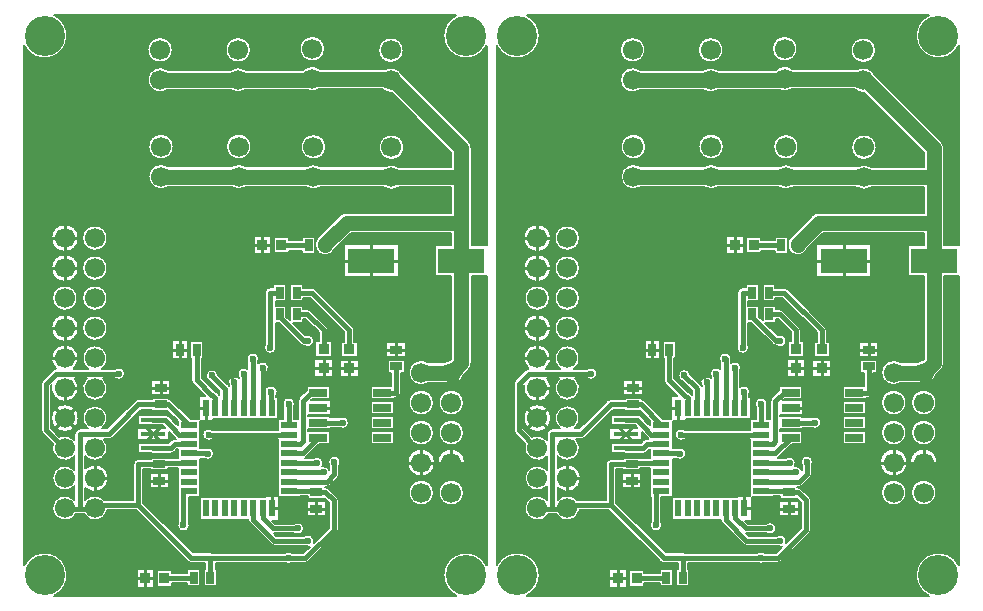
<source format=gtl>
G04 EasyPC Gerber Version 21.0.3 Build 4286 *
G04 #@! TF.Part,Single*
G04 #@! TF.FileFunction,Copper,L1,Top *
G04 #@! TF.FilePolarity,Positive *
%FSLAX45Y45*%
%MOIN*%
G04 #@! TA.AperFunction,SMDPad*
%ADD28R,0.02362X0.05807*%
%ADD25R,0.02559X0.03937*%
%ADD93R,0.03346X0.03740*%
G04 #@! TD.AperFunction*
%ADD70C,0.00500*%
%ADD71C,0.01000*%
%ADD78C,0.01500*%
G04 #@! TA.AperFunction,ViaPad*
%ADD77C,0.02362*%
G04 #@! TD.AperFunction*
%ADD90C,0.05000*%
G04 #@! TA.AperFunction,ComponentPad*
%ADD74C,0.06693*%
G04 #@! TA.AperFunction,WasherPad*
%ADD91C,0.13386*%
G04 #@! TA.AperFunction,SMDPad*
%ADD73R,0.08268X0.01575*%
%ADD27R,0.05807X0.02362*%
%ADD26R,0.03937X0.02559*%
%ADD92R,0.05906X0.02559*%
%ADD29R,0.03740X0.03346*%
%ADD109R,0.15748X0.08465*%
X0Y0D02*
D02*
D70*
X43063Y64081D02*
X41352D01*
G75*
G02X38341Y56888I-3011J-2966*
G01*
G75*
G02X35116Y58383J4226*
G01*
Y54389*
G75*
G02X42937Y51115I3225J-3275*
G01*
G75*
G02X35116Y47840I-4596*
G01*
Y43846*
G75*
G02X41696Y43685I3225J-2731*
G01*
X51168*
Y55815*
G75*
G02X52798Y57445I1630*
G01*
X56949*
Y57974*
X62646*
Y57969*
X65900*
Y60693*
X65757*
X64962Y59833*
G75*
G02X63648Y59260I-1312J1214*
G01*
X57784*
G75*
G02X57140Y59380J1787*
G01*
X52770*
Y62715*
X57140*
G75*
G02X57784Y62835I644J-1667*
G01*
X62869*
X63665Y63694*
G75*
G02X64978Y64268I1312J-1214*
G01*
X65239*
G75*
G02X65128Y64370I1159J1363*
G01*
X63168Y66342*
Y63734*
X52400*
Y67809*
X61739*
X60885Y68709*
X57784*
G75*
G02X57140Y68829J1787*
G01*
X52770*
Y72163*
X57140*
G75*
G02X57784Y72283I644J-1667*
G01*
X61652*
G75*
G02X62297Y72163I2J-1787*
G01*
X62798*
Y71869*
G75*
G02X62950Y71727I-1143J-1374*
G01*
X64932Y69638*
X65900Y68664*
Y70148*
X62507Y73541*
X57431*
Y73913*
X53604*
X47320Y67597*
G75*
G02X47315Y67592I-1251J1156*
G01*
X44329Y64606*
G75*
G02X43063Y64081I-1266J1262*
G01*
G36*
X41352*
G75*
G02X38341Y56888I-3011J-2966*
G01*
G75*
G02X35116Y58383J4226*
G01*
Y54389*
G75*
G02X42937Y51115I3225J-3275*
G01*
G75*
G02X35116Y47840I-4596*
G01*
Y43846*
G75*
G02X41696Y43685I3225J-2731*
G01*
X51168*
Y55815*
G75*
G02X52798Y57445I1630*
G01*
X56949*
Y57974*
X62646*
Y57969*
X65900*
Y60693*
X65757*
X64962Y59833*
G75*
G02X63648Y59260I-1312J1214*
G01*
X57784*
G75*
G02X57140Y59380J1787*
G01*
X52770*
Y62715*
X57140*
G75*
G02X57784Y62835I644J-1667*
G01*
X62869*
X63665Y63694*
G75*
G02X64978Y64268I1312J-1214*
G01*
X65239*
G75*
G02X65128Y64370I1159J1363*
G01*
X63168Y66342*
Y63734*
X52400*
Y67809*
X61739*
X60885Y68709*
X57784*
G75*
G02X57140Y68829J1787*
G01*
X52770*
Y72163*
X57140*
G75*
G02X57784Y72283I644J-1667*
G01*
X61652*
G75*
G02X62297Y72163I2J-1787*
G01*
X62798*
Y71869*
G75*
G02X62950Y71727I-1143J-1374*
G01*
X64932Y69638*
X65900Y68664*
Y70148*
X62507Y73541*
X57431*
Y73913*
X53604*
X47320Y67597*
G75*
G02X47315Y67592I-1251J1156*
G01*
X44329Y64606*
G75*
G02X43063Y64081I-1266J1262*
G01*
G37*
X69681Y44671D02*
Y36346D01*
G75*
G02X69954Y35320I-1787J-1026*
G01*
G75*
G02X65832I-2061*
G01*
G75*
G02X66106Y36346I2061*
G01*
Y44671*
X65900*
Y54394*
X62646*
Y53656*
X56949*
Y54185*
X54428*
Y42957*
X71180Y26382*
X76874*
G75*
G02X77670Y26195J-1788*
G01*
X101715*
G75*
G02X104238I1261J-1630*
G01*
X107872*
X109900Y28223*
G75*
G02X108067Y28573I-572J1980*
G01*
X98083*
G75*
G02X96929Y29052J1630*
G01*
X89943Y36038*
G75*
G02X89464Y37192I1151J1154*
G01*
Y37287*
X73286*
Y44671*
X69681*
X56579Y52793D02*
X63016D01*
Y47734*
X56579*
Y52793*
X65900Y50264D02*
G36*
X63016D01*
Y47734*
X56579*
Y50264*
X54678*
Y42709*
X71116Y26445*
X102132*
G75*
G02X103822I845J-1880*
G01*
X108122*
X109650Y27973*
Y28167*
G75*
G02X108067Y28573I-322J2036*
G01*
X98083*
G75*
G02X96929Y29052I0J1629*
G01*
X89943Y36038*
G75*
G02X89464Y37191I1150J1154*
G01*
Y37192*
Y37287*
X73286*
Y44671*
X69681*
Y36346*
G75*
G02X69954Y35320I-1788J-1026*
G01*
G75*
G02X65832I-2061*
G01*
G75*
G02X66106Y36346I2062J0*
G01*
Y44671*
X65900*
Y50264*
G37*
Y54144D02*
G36*
X62646D01*
Y53656*
X56949*
Y54144*
X54678*
Y50264*
X56579*
Y52793*
X63016*
Y50264*
X65900*
Y54144*
G37*
X73467Y57494D02*
Y44854D01*
X94963*
Y45224*
X99270*
Y64000*
X77522*
G75*
G02X74200Y65630I-1261J1630*
G01*
G75*
G02X77522Y67260I2061*
G01*
X99270*
Y70657*
X77778*
Y70287*
X73467*
Y61069*
X74980*
G75*
G02X78067Y59282I1026J-1787*
G01*
G75*
G02X74980Y57494I-2061*
G01*
X73467*
G36*
Y44854*
X94963*
Y45224*
X99270*
Y64000*
X77522*
G75*
G02X74200Y65630I-1261J1630*
G01*
G75*
G02X77522Y67260I2061*
G01*
X99270*
Y70657*
X77778*
Y70287*
X73467*
Y61069*
X74980*
G75*
G02X78067Y59282I1026J-1787*
G01*
G75*
G02X74980Y57494I-2061*
G01*
X73467*
G37*
X99825Y36917D02*
X97555D01*
X98521Y35951*
X104697*
G75*
G02X108019Y34321I1261J-1630*
G01*
G75*
G02X104697Y32691I-2061*
G01*
X97900*
X98758Y31833*
X108067*
G75*
G02X111308Y29630I1261J-1630*
G01*
X116307Y34630*
Y42972*
X115037Y44242*
X109357*
Y45102*
X106837*
Y44671*
X99825*
Y36917*
X108987Y43380D02*
X115424D01*
Y38321*
X108987*
Y43380*
X116057Y34380D02*
G36*
Y40850D01*
X115424*
Y38321*
X108987*
Y40850*
X99825*
Y36917*
X97805*
Y36667*
X98521Y35951*
X104697*
G75*
G02X108019Y34321I1261J-1630*
G01*
G75*
G02X104697Y32691I-2061*
G01*
X97900*
X98758Y31833*
X108067*
G75*
G02X111389Y30203I1261J-1630*
G01*
G75*
G02X111363Y29880I-2061J1*
G01*
X111558*
X116057Y34380*
G37*
Y43222D02*
G36*
X115037Y44242D01*
X109357*
Y44852*
X106837*
Y44671*
X99825*
Y40850*
X108987*
Y43380*
X115424*
Y40850*
X116057*
Y43222*
G37*
X168904Y195295D02*
G75*
G02X154508Y198581I-6823J3286D01*
G01*
G75*
G02X158795Y205404I7573*
G01*
X24877*
G75*
G02X29164Y198581I-3286J-6823*
G01*
G75*
G02X14786Y195259I-7573*
G01*
Y22060*
G75*
G02X29164Y18738I6806J-3322*
G01*
G75*
G02X24877Y11915I-7573*
G01*
X158795*
G75*
G02X154508Y18738I3286J6823*
G01*
G75*
G02X168904Y22024I7573*
G01*
Y118508*
X163901*
Y89476*
G75*
G02X162909Y87085I-3380*
G01*
X161282Y85457*
G75*
G02X154600Y82907I-4144J830*
G01*
X149675*
G75*
G02X142911Y86287I-2537J3380*
G01*
G75*
G02X149675Y89667I4226*
G01*
X154600*
G75*
G02X156761Y90496I2537J-3380*
G01*
X157141Y90876*
Y118508*
X151766*
Y128732*
X157141*
Y132868*
X123688*
X118282Y127462*
G75*
G02X117311Y126138I-3130J1277*
G01*
Y125890*
X116971*
G75*
G02X113333I-1819J2848*
G01*
X112993*
Y126138*
G75*
G02X111772Y128738I2159J2600*
G01*
Y129112*
G75*
G02X112764Y131504I3380*
G01*
X119896Y138636*
G75*
G02X122288Y139628I2392J-2388*
G01*
X157141*
Y148016*
X139756*
G75*
G02X134726Y147983I-2537J3380*
G01*
X113528*
G75*
G02X108902I-2313J3538*
G01*
X88403*
G75*
G02X84048Y148065I-2109J3663*
G01*
X62701*
G75*
G02X56162Y151602I-2313J3537*
G01*
G75*
G02X62701Y155140I4227J0*
G01*
X83916*
G75*
G02X88787Y155058I2378J-3494*
G01*
X108902*
G75*
G02X113528I2313J-3538*
G01*
X135109*
G75*
G02X139756Y154776I2109J-3662*
G01*
X157141*
Y159622*
X137255Y179508*
G75*
G02X137034Y179502I-223J4219*
G01*
G75*
G02X133942Y180848J4226*
G01*
X113359*
G75*
G02X108880Y180473I-2537J3380*
G01*
X88652*
G75*
G02X83577I-2537J3380*
G01*
X62630*
G75*
G02X55867Y183853I-2537J3380*
G01*
G75*
G02X62630Y187233I4226*
G01*
X83577*
G75*
G02X88652I2537J-3380*
G01*
X107850*
G75*
G02X113359Y187607I2971J-3006*
G01*
X135357*
G75*
G02X140911Y185412I1678J-3879*
G01*
X162909Y163414*
G75*
G02X163901Y161022I-2388J-2392*
G01*
Y128732*
X168904*
Y195295*
X119902Y71396D02*
G75*
G02X122996Y69612I1033J-1783D01*
G01*
G75*
G02X119915Y67821I-2061*
G01*
X116640*
Y67449*
X109341*
Y66768*
X116640*
Y62449*
X113227*
X108847Y58069*
G75*
G02X108522Y57811I-1266J1262*
G01*
X111187*
G75*
G02X114150Y55019I1261J-1630*
G01*
G75*
G02X116559Y53910I544J-1988*
G01*
Y55275*
G75*
G02X116128Y56536I1630J1261*
G01*
G75*
G02X120250I2061*
G01*
G75*
G02X119819Y55275I-2061*
G01*
Y52418*
G75*
G02X119340Y51264I-1630*
G01*
X116807Y48731*
G75*
G02X115653Y48252I-1154J1151*
G01*
X115054*
Y48033*
X115181*
G75*
G02X116335Y47554J-1630*
G01*
X119089Y44801*
G75*
G02X119567Y43647I-1151J-1154*
G01*
Y33955*
G75*
G02X119089Y32801I-1630*
G01*
X109702Y23414*
G75*
G02X108548Y22935I-1154J1151*
G01*
X104238*
G75*
G02X101715I-1261J1630*
G01*
X78662*
Y20793*
X79034*
Y15096*
X74715*
Y20793*
X75087*
Y22807*
X70446*
G75*
G02X69188Y23324I-1J1787*
G01*
X51904Y40425*
X42511*
G75*
G02X34570Y39207I-4170J689*
G01*
X34062*
G75*
G02X32595I-733J1630*
G01*
X32112*
G75*
G02X24115Y41115I-3771J1908*
G01*
G75*
G02X31541Y43876I4226*
G01*
Y48354*
G75*
G02X24115Y51115I-3200J2761*
G01*
G75*
G02X31541Y53876I4226*
G01*
Y58354*
G75*
G02X24339Y62472I-3200J2761*
G01*
X20945Y65866*
G75*
G02X20466Y67020I1151J1154*
G01*
Y82620*
G75*
G02X20945Y83774I1630*
G01*
X24283Y87113*
G75*
G02X25390Y87591I1154J-1151*
G01*
G75*
G02X28341Y95711I2951J3524*
G01*
G75*
G02X31293Y87591J-4596*
G01*
X36007*
G75*
G02X38341Y95341I2334J3523*
G01*
G75*
G02X40675Y87591J-4226*
G01*
X45046*
G75*
G02X48369Y85961I1261J-1630*
G01*
G75*
G02X45046Y84331I-2061*
G01*
X41082*
G75*
G02X38341Y76888I-2741J-3217*
G01*
G75*
G02X35600Y84331J4226*
G01*
X31624*
G75*
G02X28341Y76518I-3283J-3217*
G01*
G75*
G02X23843Y82062J4596*
G01*
X23726Y81945*
Y67695*
X26501Y64920*
G75*
G02X31541Y63876I1840J-3805*
G01*
Y65868*
G75*
G02X33328Y67656I1787*
G01*
X35913*
G75*
G02X38341Y75341I2428J3459*
G01*
G75*
G02X40769Y67656J-4226*
G01*
X42322*
X44787Y70119*
X51594Y76961*
G75*
G02X52861Y77487I1267J-1261*
G01*
X57431*
Y77860*
X63128*
Y77470*
G75*
G02X64143Y76962I-252J-1770*
G01*
X70264Y70841*
X72916*
Y78594*
X74989*
X71004Y82579*
G75*
G02X70479Y83845I1262J1266*
G01*
Y91128*
X70105*
Y96825*
X74424*
Y91128*
X74054*
Y84585*
X78373Y80265*
X79699Y79057*
G75*
G02X79857Y78893I-1206J-1320*
G01*
Y80133*
X76446Y83502*
G75*
G02X75323Y85337I938J1835*
G01*
G75*
G02X79431Y85579I2061*
G01*
X82431Y82615*
G75*
G02X82441Y82604I-1268J-1233*
G01*
X82908Y82137*
G75*
G02X83165Y81812I-1264J-1265*
G01*
Y81830*
G75*
G02X86315Y84483I1630J1261*
G01*
Y84700*
G75*
G02X89200Y87596I1630J1261*
G01*
Y89928*
G75*
G02X88926Y90954I1787J1026*
G01*
G75*
G02X93048I2061*
G01*
G75*
G02X92775Y89928I-2061*
G01*
Y89404*
G75*
G02X95874Y86697I1469J-1446*
G01*
Y81525*
G75*
G02X98857Y78709I1354J-1554*
G01*
Y78224*
X99455*
Y70841*
X101181*
Y74951*
G75*
G02X100907Y75977I1787J1026*
G01*
G75*
G02X105030I2061*
G01*
G75*
G02X104756Y74951I-2061*
G01*
Y70841*
X106081*
Y76879*
G75*
G02X106560Y78033I1630*
G01*
X108975Y80448*
Y81768*
X116640*
Y77449*
X110586*
X110275Y77138*
X117010*
Y72079*
X109341*
Y71768*
X116640*
Y71396*
X119902*
X23744Y71115D02*
G75*
G02X32937I4596D01*
G01*
G75*
G02X23744I-4596*
G01*
X52268Y20843D02*
X58115D01*
Y14602*
X52268*
Y20843*
X69164Y20793D02*
X73483D01*
Y15096*
X69164*
Y16093*
X64044*
Y14972*
X58937*
Y20472*
X64044*
Y19352*
X69164*
Y20793*
X34115Y101115D02*
G75*
G02X42567I4226D01*
G01*
G75*
G02X34115I-4226*
G01*
Y111115D02*
G75*
G02X42567I4226D01*
G01*
G75*
G02X34115I-4226*
G01*
Y121115D02*
G75*
G02X42567I4226D01*
G01*
G75*
G02X34115I-4226*
G01*
Y131115D02*
G75*
G02X42567I4226D01*
G01*
G75*
G02X34115I-4226*
G01*
X55867Y193853D02*
G75*
G02X64319I4226D01*
G01*
G75*
G02X55867I-4226*
G01*
X81888D02*
G75*
G02X90341I4226D01*
G01*
G75*
G02X81888I-4226*
G01*
X106595Y194228D02*
G75*
G02X115048I4226D01*
G01*
G75*
G02X106595I-4226*
G01*
X132808Y193728D02*
G75*
G02X141261I4226D01*
G01*
G75*
G02X132808I-4226*
G01*
X23744Y101115D02*
G75*
G02X32937I4596D01*
G01*
G75*
G02X23744I-4596*
G01*
Y121115D02*
G75*
G02X32937I4596D01*
G01*
G75*
G02X23744I-4596*
G01*
X24115Y111115D02*
G75*
G02X32567I4226D01*
G01*
G75*
G02X24115I-4226*
G01*
X23744Y131115D02*
G75*
G02X32937I4596D01*
G01*
G75*
G02X23744I-4596*
G01*
X152541Y56287D02*
G75*
G02X161734I4596D01*
G01*
G75*
G02X152541I-4596*
G01*
X152911Y46287D02*
G75*
G02X161364I4226D01*
G01*
G75*
G02X152911I-4226*
G01*
Y66287D02*
G75*
G02X161364I4226D01*
G01*
G75*
G02X152911I-4226*
G01*
Y76287D02*
G75*
G02X161364I4226D01*
G01*
G75*
G02X152911I-4226*
G01*
X142541Y56287D02*
G75*
G02X151734I4596D01*
G01*
G75*
G02X142541I-4596*
G01*
X142911Y46287D02*
G75*
G02X151364I4226D01*
G01*
G75*
G02X142911I-4226*
G01*
Y66287D02*
G75*
G02X151364I4226D01*
G01*
G75*
G02X142911I-4226*
G01*
Y76287D02*
G75*
G02X151364I4226D01*
G01*
G75*
G02X142911I-4226*
G01*
X121396Y129102D02*
X139644D01*
Y118138*
X121396*
Y129102*
X130235Y66768D02*
X137900D01*
Y62449*
X130235*
Y66768*
Y71768D02*
X137900D01*
Y67449*
X130235*
Y71768*
Y76768D02*
X137900D01*
Y72449*
X130235*
Y76768*
X135906Y90543D02*
X141603D01*
Y86224*
X140384*
Y79608*
G75*
G02X138754Y77978I-1630*
G01*
X137900*
Y77449*
X130235*
Y81768*
X137124*
Y86224*
X135906*
Y90543*
X135536Y96465D02*
X141973D01*
Y91406*
X135536*
Y96465*
X91244Y131947D02*
X97091D01*
Y125707*
X91244*
Y131947*
X116201Y96695D02*
X117321D01*
Y91589*
X111821*
Y96695*
X112941*
Y99665*
X108471Y104136*
X107754*
Y102917*
X104259*
X108459Y98717*
G75*
G02X111390Y96848I869J-1870*
G01*
G75*
G02X108065Y95218I-2062*
G01*
X108024*
G75*
G02X106870Y95696J1630*
G01*
X99649Y102917*
X98635*
Y95627*
G75*
G02X98909Y94601I-1787J-1026*
G01*
G75*
G02X94787I-2061*
G01*
G75*
G02X95060Y95627I2061*
G01*
Y112921*
G75*
G02X96848Y114709I1787*
G01*
X97874*
Y115770*
X102193*
Y110073*
X98635*
Y108614*
X102203*
Y104974*
X103435Y103741*
Y108614*
X107754*
Y107396*
X109146*
G75*
G02X110300Y106917J-1630*
G01*
X115722Y101494*
G75*
G02X116201Y100341I-1151J-1154*
G01*
Y96695*
X111451Y90766D02*
X117691D01*
Y84919*
X111451*
Y90766*
X107441Y131587D02*
X111760D01*
Y125890*
X107441*
Y126951*
X103020*
Y126077*
X97914*
Y131577*
X103020*
Y130526*
X107441*
Y131587*
X124804Y96567D02*
X125924D01*
Y91461*
X120424*
Y96567*
X121544*
Y99805*
X110057Y111291*
X107744*
Y110073*
X103426*
Y115770*
X107744*
Y114551*
X110732*
G75*
G02X111886Y114072J-1630*
G01*
X124325Y101634*
G75*
G02X124804Y100480I-1151J-1154*
G01*
Y96567*
X120054Y90638D02*
X126294D01*
Y84791*
X120054*
Y90638*
X64183Y97195D02*
X69243D01*
Y90758*
X64183*
Y97195*
X57061Y83781D02*
X63498D01*
Y78722*
X57061*
Y83781*
X132993Y161396D02*
G75*
G02X141445I4226D01*
G01*
G75*
G02X132993I-4226*
G01*
X106989Y161521D02*
G75*
G02X115441I4226D01*
G01*
G75*
G02X106989I-4226*
G01*
X82067Y161646D02*
G75*
G02X90520I4226D01*
G01*
G75*
G02X82067I-4226*
G01*
X56162Y161602D02*
G75*
G02X64615I4226D01*
G01*
G75*
G02X56162I-4226*
G01*
X154577Y17722D02*
G36*
X79034D01*
Y15096*
X74715*
Y17722*
X73483*
Y15096*
X69164*
Y16093*
X64044*
Y14972*
X58937*
Y17722*
X58115*
Y14602*
X52268*
Y17722*
X29096*
G75*
G02X25352Y12165I-7505J1016*
G01*
X158320*
G75*
G02X154577Y17722I3761J6573*
G01*
G37*
X31541Y46287D02*
G36*
X15036D01*
Y22530*
G75*
G02X29164Y18738I6556J-3791*
G01*
G75*
G02X29096Y17722I-7573J0*
G01*
X52268*
Y20843*
X58115*
Y17722*
X58937*
Y20472*
X64044*
Y19352*
X69164*
Y20793*
X73483*
Y17722*
X74715*
Y20793*
X75087*
Y22807*
X70446*
G75*
G02X69188Y23324I0J1789*
G01*
X51904Y40425*
X42511*
G75*
G02X34570Y39207I-4170J689*
G01*
X34062*
G75*
G02X32595I-733J1630*
G01*
X32112*
G75*
G02X24115Y41115I-3771J1908*
G01*
G75*
G02X31541Y43876I4226*
G01*
Y46287*
G37*
X168654Y22499D02*
G36*
Y46287D01*
X161364*
G75*
G02X152911I-4226*
G01*
X151364*
G75*
G02X142911I-4226*
G01*
X117602*
X119089Y44801*
G75*
G02X119567Y43647I-1150J-1154*
G01*
Y43647*
Y33955*
Y33954*
G75*
G02X119089Y32801I-1629*
G01*
X109702Y23414*
G75*
G02X108548Y22935I-1154J1150*
G01*
X104238*
G75*
G02X101715I-1261J1630*
G01*
X78662*
Y20793*
X79034*
Y17722*
X154577*
G75*
G02X154508Y18738I7505J1016*
G01*
G75*
G02X168654Y22499I7573*
G01*
G37*
X31541Y46287D02*
G36*
Y48354D01*
G75*
G02X24115Y51115I-3200J2761*
G01*
G75*
G02X31541Y53876I4226*
G01*
Y55961*
X15036*
Y46287*
X31541*
G37*
X116210Y55961D02*
G36*
X114497D01*
G75*
G02X114150Y55019I-2049J220*
G01*
G75*
G02X116559Y53910I544J-1988*
G01*
Y55275*
G75*
G02X116210Y55961I1628J1261*
G01*
G37*
X161723D02*
G36*
G75*
G02X152553I-4585J326D01*
G01*
X151723*
G75*
G02X142553I-4585J326*
G01*
X120168*
G75*
G02X119819Y55275I-1977J575*
G01*
Y52418*
Y52417*
G75*
G02X119340Y51264I-1629*
G01*
X116807Y48731*
G75*
G02X115653Y48252I-1154J1150*
G01*
X115054*
Y48033*
X115181*
G75*
G02X116335Y47554I0J-1629*
G01*
X117602Y46287*
X142911*
G75*
G02X151364I4226*
G01*
X152911*
G75*
G02X161364I4226*
G01*
X168654*
Y55961*
X161723*
G37*
X31541D02*
G36*
Y58354D01*
G75*
G02X24115Y61114I-3200J2761*
G01*
G75*
G02X24339Y62472I4226*
G01*
X20945Y65866*
G75*
G02X20640Y66287I1150J1153*
G01*
X15036*
Y55961*
X31541*
G37*
X31591Y66287D02*
G36*
X25134D01*
X26501Y64920*
G75*
G02X31541Y63876I1840J-3805*
G01*
Y65868*
G75*
G02X31591Y66287I1788J-1*
G01*
G37*
X137900D02*
G36*
Y62449D01*
X130235*
Y66287*
X116640*
Y62449*
X113227*
X108847Y58069*
G75*
G02X108522Y57811I-1255J1248*
G01*
X111187*
G75*
G02X114509Y56181I1261J-1630*
G01*
G75*
G02X114497Y55961I-2060*
G01*
X116210*
G75*
G02X116128Y56535I1977J575*
G01*
G75*
G02Y56536I2374J0*
G01*
G75*
G02X120250I2061*
G01*
G75*
G02Y56535I-2374J0*
G01*
G75*
G02X120168Y55961I-2059*
G01*
X142553*
G75*
G02X142541Y56287I4586J324*
G01*
G75*
G02X151734I4596*
G01*
G75*
G02X151723Y55961I-4597J-3*
G01*
X152553*
G75*
G02X152541Y56287I4586J324*
G01*
G75*
G02X161734I4596*
G01*
G75*
G02X161723Y55961I-4597J-3*
G01*
X168654*
Y66287*
X161364*
G75*
G02X152911I-4226*
G01*
X151364*
G75*
G02X142911I-4226*
G01*
X137900*
G37*
X20640D02*
G36*
G75*
G02X20466Y67019I1455J733D01*
G01*
Y67020*
Y71115*
X15036*
Y66287*
X20640*
G37*
X31591D02*
G36*
G75*
G02X33328Y67656I1738J-419D01*
G01*
X35913*
G75*
G02X34115Y71115I2428J3459*
G01*
X32937*
G75*
G02X23744I-4596*
G01*
X23726*
Y67695*
X25134Y66287*
X31591*
G37*
X45777Y71115D02*
G36*
X42567D01*
G75*
G02X40769Y67656I-4226*
G01*
X42322*
X44787Y70119*
X45777Y71115*
G37*
X72916D02*
G36*
X69990D01*
X70264Y70841*
X72916*
Y71115*
G37*
X101181D02*
G36*
X99455D01*
Y70841*
X101181*
Y71115*
G37*
X106081D02*
G36*
X104756D01*
Y70841*
X106081*
Y71115*
G37*
X137900D02*
G36*
Y67449D01*
X130235*
Y71115*
X122346*
G75*
G02X122996Y69612I-1411J-1502*
G01*
G75*
G02X119915Y67821I-2061*
G01*
X116640*
Y67449*
X109341*
Y66768*
X116640*
Y66287*
X130235*
Y66768*
X137900*
Y66287*
X142911*
G75*
G02X151364I4226*
G01*
X152911*
G75*
G02X161364I4226*
G01*
X168654*
Y71115*
X137900*
G37*
X20466Y76287D02*
G36*
X15036D01*
Y71115*
X20466*
Y76287*
G37*
X45777Y71115D02*
G36*
X50924Y76287D01*
X23726*
Y71115*
X23744*
G75*
G02X32937I4596*
G01*
X34115*
G75*
G02X38341Y75341I4226*
G01*
G75*
G02X42567Y71115J-4226*
G01*
X45777*
G37*
X72916Y76287D02*
G36*
X64817D01*
X69990Y71115*
X72916*
Y76287*
G37*
X100931D02*
G36*
X99455D01*
Y71115*
X101181*
Y74951*
G75*
G02X100907Y75977I1788J1026*
G01*
G75*
G02X100931Y76287I2061J1*
G01*
G37*
X106081Y71115D02*
G36*
Y76287D01*
X105006*
G75*
G02X105030Y75977I-2038J-309*
G01*
G75*
G02X104756Y74951I-2062J0*
G01*
Y71115*
X106081*
G37*
X137900Y76287D02*
G36*
Y72449D01*
X130235*
Y76287*
X117010*
Y72079*
X109341*
Y71768*
X116640*
Y71396*
X119902*
G75*
G02X122346Y71115I1033J-1783*
G01*
X130235*
Y71768*
X137900*
Y71115*
X168654*
Y76287*
X161364*
G75*
G02X152911I-4226*
G01*
X151364*
G75*
G02X142911I-4226*
G01*
X137900*
G37*
X20466Y81252D02*
G36*
X15036D01*
Y76287*
X20466*
Y81252*
G37*
X72916Y76287D02*
G36*
Y78594D01*
X74989*
X72331Y81252*
X63498*
Y78722*
X57061*
Y81252*
X42565*
G75*
G02X42567Y81115I-4220J-129*
G01*
G75*
G02X38341Y76888I-4226*
G01*
G75*
G02X34115Y81115J4226*
G01*
G75*
G02X34117Y81252I4222J8*
G01*
X32935*
G75*
G02X32937Y81115I-4597J-135*
G01*
G75*
G02X28341Y76518I-4596*
G01*
G75*
G02X23744Y81115J4596*
G01*
G75*
G02X23746Y81252I4594J3*
G01*
X23726*
Y76287*
X50924*
X51594Y76961*
G75*
G02X52861Y77487I1268J-1262*
G01*
X57431*
Y77860*
X63128*
Y77470*
G75*
G02X64143Y76962I-251J-1768*
G01*
X64817Y76287*
X72916*
G37*
X78724Y81252D02*
G36*
X77386D01*
X78373Y80265*
X79699Y79057*
G75*
G02X79857Y78893I-1257J-1370*
G01*
Y80133*
X78724Y81252*
G37*
X106081Y76287D02*
G36*
Y76879D01*
Y76880*
G75*
G02X106560Y78033I1629*
G01*
X108975Y80448*
Y81252*
X98842*
G75*
G02X99289Y79971I-1615J-1281*
G01*
G75*
G02X98857Y78709I-2061*
G01*
Y78224*
X99455*
Y76287*
X100931*
G75*
G02X105006I2038J-310*
G01*
X106081*
G37*
X140384Y81252D02*
G36*
Y79608D01*
G75*
G02X138754Y77978I-1630*
G01*
X137900*
Y77449*
X130235*
Y81252*
X116640*
Y77449*
X110586*
X110275Y77138*
X117010*
Y76287*
X130235*
Y76768*
X137900*
Y76287*
X142911*
G75*
G02X151364I4226*
G01*
X152911*
G75*
G02X161364I4226*
G01*
X168654*
Y81252*
X140384*
G37*
X21167Y83996D02*
G36*
X15036D01*
Y81252*
X20466*
Y82620*
Y82620*
G75*
G02X20945Y83774I1629*
G01*
X21167Y83996*
G37*
X23746Y81252D02*
G36*
G75*
G02X23843Y82062I4594J-138D01*
G01*
X23726Y81945*
Y81252*
X23746*
G37*
X34117D02*
G36*
G75*
G02X35249Y83996I4224J-138D01*
G01*
X31922*
G75*
G02X32935Y81252I-3581J-2882*
G01*
X34117*
G37*
X72331D02*
G36*
X71004Y82579D01*
G75*
G02X70479Y83845I1262J1266*
G01*
Y83996*
X46929*
G75*
G02X45687I-621J1965*
G01*
X41433*
G75*
G02X42565Y81252I-3091J-2882*
G01*
X57061*
Y83781*
X63498*
Y81252*
X72331*
G37*
X82943Y83996D02*
G36*
X81033D01*
X82431Y82615*
G75*
G02X82441Y82604I-144J-149*
G01*
X82908Y82137*
G75*
G02X83165Y81812I-1266J-1266*
G01*
Y81830*
G75*
G02X82734Y83091I1630J1261*
G01*
G75*
G02X82943Y83996I2061*
G01*
G37*
X78724Y81252D02*
G36*
X76446Y83502D01*
G75*
G02X75819Y83996I938J1836*
G01*
X74643*
X77386Y81252*
X78724*
G37*
X137124Y83996D02*
G36*
X95874D01*
Y81525*
G75*
G02X98842Y81252I1354J-1554*
G01*
X108975*
Y81768*
X116640*
Y81252*
X130235*
Y81768*
X137124*
Y83996*
G37*
X160689D02*
G36*
G75*
G02X154600Y82907I-3552J2291D01*
G01*
X149675*
G75*
G02X143586Y83996I-2537J3380*
G01*
X140384*
Y81252*
X168654*
Y83996*
X160689*
G37*
X21167D02*
G36*
X24283Y87113D01*
G75*
G02X25390Y87591I1155J-1153*
G01*
G75*
G02X25113Y87843I2951J3525*
G01*
X15036*
Y83996*
X21167*
G37*
X35666Y87843D02*
G36*
X31569D01*
G75*
G02X31293Y87591I-3229J3270*
G01*
X36007*
G75*
G02X35666Y87843I2334J3526*
G01*
G37*
X35249Y83996D02*
G36*
G75*
G02X35600Y84331I3092J-2882D01*
G01*
X31624*
G75*
G02X31922Y83996I-3283J-3217*
G01*
X35249*
G37*
X45687D02*
G36*
G75*
G02X45046Y84331I621J1965D01*
G01*
X41082*
G75*
G02X41433Y83996I-2741J-3217*
G01*
X45687*
G37*
X45466Y87843D02*
G36*
X41016D01*
G75*
G02X40675Y87591I-2675J3274*
G01*
X45046*
G75*
G02X45466Y87843I1262J-1630*
G01*
G37*
X70479Y83996D02*
G36*
Y87843D01*
X47150*
G75*
G02X48369Y85961I-843J-1881*
G01*
G75*
G02X46929Y83996I-2061*
G01*
X70479*
G37*
X82943D02*
G36*
G75*
G02X86315Y84483I1852J-905D01*
G01*
Y84700*
G75*
G02X85883Y85961I1630J1261*
G01*
G75*
G02X87102Y87843I2061*
G01*
X74054*
Y84585*
X74643Y83996*
X75819*
G75*
G02X75323Y85337I1565J1341*
G01*
G75*
G02X79431Y85579I2061*
G01*
X81033Y83996*
X82943*
G37*
X89200Y87843D02*
G36*
X88787D01*
G75*
G02X89200Y87596I-843J-1881*
G01*
Y87843*
G37*
X135906D02*
G36*
X126294D01*
Y84791*
X120054*
Y87843*
X117691*
Y84919*
X111451*
Y87843*
X96301*
G75*
G02X95874Y86697I-2058J115*
G01*
Y83996*
X137124*
Y86224*
X135906*
Y87843*
G37*
X143208D02*
G36*
X141603D01*
Y86224*
X140384*
Y83996*
X143586*
G75*
G02X142911Y86287I3551J2291*
G01*
Y86287*
Y86287*
G75*
G02X143208Y87843I4226J0*
G01*
G37*
X163480D02*
G36*
G75*
G02X162909Y87085I-2961J1635D01*
G01*
X161282Y85457*
G75*
G02X160689Y83996I-4144J830*
G01*
X168654*
Y87843*
X163480*
G37*
X24711Y93935D02*
G36*
X15036D01*
Y87843*
X25113*
G75*
G02X23744Y91115I3228J3272*
G01*
G75*
G02X24711Y93935I4596J0*
G01*
G37*
X35193D02*
G36*
X31970D01*
G75*
G02X32937Y91115I-3629J-2821*
G01*
G75*
G02X31569Y87843I-4597J0*
G01*
X35666*
G75*
G02X34115Y91115I2675J3272*
G01*
G75*
G02X35193Y93935I4226*
G01*
G37*
X70105D02*
G36*
X69243D01*
Y90758*
X64183*
Y93935*
X41489*
G75*
G02X42567Y91115I-3148J-2820*
G01*
G75*
G02X41016Y87843I-4226J0*
G01*
X45466*
G75*
G02X47150I843J-1881*
G01*
X70479*
Y91128*
X70105*
Y93935*
G37*
X157141D02*
G36*
X141973D01*
Y91406*
X135536*
Y93935*
X125924*
Y91461*
X120424*
Y93935*
X117321*
Y91589*
X111821*
Y93935*
X98798*
G75*
G02X94897I-1950J666*
G01*
X74424*
Y91128*
X74054*
Y87843*
X87102*
G75*
G02X88787I843J-1881*
G01*
X89200*
Y89928*
G75*
G02X88926Y90954I1788J1026*
G01*
G75*
G02X93048I2061*
G01*
G75*
G02X92775Y89928I-2062J0*
G01*
Y89404*
G75*
G02X96305Y87958I1469J-1446*
G01*
G75*
G02X96301Y87843I-2064J5*
G01*
X111451*
Y90766*
X117691*
Y87843*
X120054*
Y90638*
X126294*
Y87843*
X135906*
Y90543*
X141603*
Y87843*
X143208*
G75*
G02X149675Y89667I3930J-1556*
G01*
X154600*
G75*
G02X156761Y90496I2539J-3385*
G01*
X157141Y90876*
Y93935*
G37*
X163901D02*
G36*
Y89476D01*
G75*
G02X163480Y87843I-3381J1*
G01*
X168654*
Y93935*
X163901*
G37*
X94897D02*
G36*
G75*
G02X94787Y94601I1950J666D01*
G01*
G75*
G02X95060Y95627I2062J0*
G01*
Y101115*
X42567*
G75*
G02X34115I-4226*
G01*
X32937*
G75*
G02X23744I-4596*
G01*
X15036*
Y93935*
X24711*
G75*
G02X28341Y95711I3630J-2820*
G01*
G75*
G02X31970Y93935I0J-4596*
G01*
X35193*
G75*
G02X38341Y95341I3148J-2820*
G01*
G75*
G02X41489Y93935J-4226*
G01*
X64183*
Y97195*
X69243*
Y93935*
X70105*
Y96825*
X74424*
Y93935*
X94897*
G37*
X111821D02*
G36*
Y96695D01*
X112941*
Y99665*
X111492Y101115*
X106062*
X108459Y98717*
G75*
G02X111390Y96848I869J-1870*
G01*
G75*
G02X108065Y95218I-2062*
G01*
X108024*
G75*
G02X106870Y95696I0J1629*
G01*
X101452Y101115*
X98635*
Y95627*
G75*
G02X98909Y94601I-1788J-1026*
G01*
G75*
G02X98798Y93935I-2061*
G01*
X111821*
G37*
X120424D02*
G36*
Y96567D01*
X121544*
Y99805*
X120234Y101115*
X116006*
G75*
G02X116201Y100341I-1434J-773*
G01*
Y100341*
Y96695*
X117321*
Y93935*
X120424*
G37*
X157141Y101115D02*
G36*
X124675D01*
G75*
G02X124804Y100480I-1501J-634*
G01*
Y100480*
Y96567*
X125924*
Y93935*
X135536*
Y96465*
X141973*
Y93935*
X157141*
Y101115*
G37*
X163901D02*
G36*
Y93935D01*
X168654*
Y101115*
X163901*
G37*
X95060Y111115D02*
G36*
X42567D01*
G75*
G02X34115I-4226*
G01*
X32567*
G75*
G02X24115I-4226*
G01*
X15036*
Y101115*
X23744*
G75*
G02X32937I4596*
G01*
X34115*
G75*
G02X42567I4226*
G01*
X95060*
Y111115*
G37*
X101452Y101115D02*
G36*
X99649Y102917D01*
X98635*
Y101115*
X101452*
G37*
X111492D02*
G36*
X108471Y104136D01*
X107754*
Y102917*
X104259*
X106062Y101115*
X111492*
G37*
X120234D02*
G36*
X110234Y111115D01*
X107744*
Y110073*
X103426*
Y111115*
X102193*
Y110073*
X98635*
Y108614*
X102203*
Y104974*
X103435Y103741*
Y108614*
X107754*
Y107396*
X109146*
G75*
G02X110300Y106917I0J-1629*
G01*
X115722Y101494*
G75*
G02X116006Y101115I-1150J-1154*
G01*
X120234*
G37*
X157141Y111115D02*
G36*
X114844D01*
X124325Y101634*
G75*
G02X124675Y101115I-1150J-1154*
G01*
X157141*
Y111115*
G37*
X163901D02*
G36*
Y101115D01*
X168654*
Y111115*
X163901*
G37*
X151766Y121115D02*
G36*
X139644D01*
Y118138*
X121396*
Y121115*
X42567*
G75*
G02X34115I-4226*
G01*
X32937*
G75*
G02X23744I-4596*
G01*
X15036*
Y111115*
X24115*
G75*
G02X32567I4226*
G01*
X34115*
G75*
G02X42567I4226*
G01*
X95060*
Y112921*
G75*
G02X96848Y114709I1787*
G01*
X97874*
Y115770*
X102193*
Y111115*
X103426*
Y115770*
X107744*
Y114551*
X110732*
G75*
G02X111886Y114072I0J-1629*
G01*
X114844Y111115*
X157141*
Y118508*
X151766*
Y121115*
G37*
X110234Y111115D02*
G36*
X110057Y111291D01*
X107744*
Y111115*
X110234*
G37*
X168654Y118508D02*
G36*
X163901D01*
Y111115*
X168654*
Y118508*
G37*
X151766Y121115D02*
G36*
Y128732D01*
X157141*
Y131115*
X121934*
X118282Y127462*
G75*
G02X117311Y126138I-3130J1277*
G01*
Y125890*
X116971*
G75*
G02X113333I-1819J2848*
G01*
X112993*
Y126138*
G75*
G02X111772Y128738I2160J2600*
G01*
Y129112*
G75*
G02X112429Y131115I3382J-1*
G01*
X111760*
Y125890*
X107441*
Y126951*
X103020*
Y126077*
X97914*
Y131115*
X97091*
Y125707*
X91244*
Y131115*
X42567*
G75*
G02X34115I-4226*
G01*
X32937*
G75*
G02X23744I-4596*
G01*
X15036*
Y121115*
X23744*
G75*
G02X32937I4596*
G01*
X34115*
G75*
G02X42567I4226*
G01*
X121396*
Y129102*
X139644*
Y121115*
X151766*
G37*
X107441Y131115D02*
G36*
X103020D01*
Y130526*
X107441*
Y131115*
G37*
X168654Y128732D02*
G36*
Y131115D01*
X163901*
Y128732*
X168654*
G37*
X155367Y161396D02*
G36*
X141445D01*
G75*
G02X132993I-4226*
G01*
X115439*
G75*
G02X106991I-4224J125*
G01*
X90513*
G75*
G02X82075I-4219J250*
G01*
X64609*
G75*
G02X56167I-4221J206*
G01*
X15036*
Y131115*
X23744*
G75*
G02X32937I4596*
G01*
X34115*
G75*
G02X42567I4226*
G01*
X91244*
Y131947*
X97091*
Y131115*
X97914*
Y131577*
X103020*
Y131115*
X107441*
Y131587*
X111760*
Y131115*
X112429*
G75*
G02X112764Y131504I2725J-2003*
G01*
X119896Y138636*
G75*
G02X122288Y139628I2393J-2390*
G01*
X157141*
Y148016*
X139756*
G75*
G02X134726Y147983I-2537J3380*
G01*
X113528*
G75*
G02X108902I-2313J3538*
G01*
X88403*
G75*
G02X84048Y148065I-2109J3663*
G01*
X62701*
G75*
G02X56162Y151602I-2313J3537*
G01*
G75*
G02X62701Y155140I4227J0*
G01*
X83916*
G75*
G02X88787Y155058I2378J-3495*
G01*
X108902*
G75*
G02X113528I2313J-3538*
G01*
X135109*
G75*
G02X139756Y154776I2109J-3663*
G01*
X157141*
Y159622*
X155367Y161396*
G37*
X157141Y131115D02*
G36*
Y132868D01*
X123688*
X121934Y131115*
X157141*
G37*
X163901D02*
G36*
X168654D01*
Y161396*
X163880*
G75*
G02X163901Y161022I-3361J-375*
G01*
Y131115*
G37*
X156165Y193853D02*
G36*
X141259D01*
G75*
G02X141261Y193728I-4225J-129*
G01*
G75*
G02X132808I-4226*
G01*
G75*
G02X132810Y193853I4227J-4*
G01*
X115031*
G75*
G02X106611I-4210J374*
G01*
X90341*
G75*
G02X81888I-4226*
G01*
X64319*
G75*
G02X55867I-4226*
G01*
X27507*
G75*
G02X15676I-5916J4728*
G01*
X15036*
Y161396*
X56167*
G75*
G02X56162Y161602I4222J208*
G01*
G75*
G02X64615I4226*
G01*
G75*
G02X64609Y161396I-4228J2*
G01*
X82075*
G75*
G02X82067Y161646I4220J252*
G01*
G75*
G02X90520I4226*
G01*
G75*
G02X90513Y161396I-4228J2*
G01*
X106991*
G75*
G02X106989Y161521I4225J129*
G01*
G75*
G02X115441I4226*
G01*
G75*
G02X115439Y161396I-4227J4*
G01*
X132993*
G75*
G02X141445I4226*
G01*
X155367*
X137255Y179508*
G75*
G02X137034Y179502I-228J4409*
G01*
G75*
G02X133942Y180848I1J4229*
G01*
X113359*
G75*
G02X108880Y180473I-2537J3379*
G01*
X88652*
G75*
G02X83577I-2537J3380*
G01*
X62630*
G75*
G02X55867Y183853I-2537J3380*
G01*
Y183853*
Y183854*
G75*
G02X62630Y187233I4226*
G01*
X83577*
G75*
G02X88652I2537J-3380*
G01*
X107850*
G75*
G02X113359Y187607I2971J-3006*
G01*
X135357*
G75*
G02X140911Y185412I1678J-3880*
G01*
X162909Y163414*
G75*
G02X163880Y161396I-2390J-2393*
G01*
X168654*
Y193853*
X167997*
G75*
G02X156165I-5916J4728*
G01*
G37*
X15676D02*
G36*
G75*
G02X15036Y194789I5915J4729D01*
G01*
Y193853*
X15676*
G37*
X158320Y205154D02*
G36*
X25352D01*
G75*
G02X29164Y198581I-3761J-6573*
G01*
G75*
G02X27507Y193853I-7573J0*
G01*
X55867*
G75*
G02X64319I4226*
G01*
X81888*
G75*
G02X90341I4226*
G01*
X106611*
G75*
G02X106595Y194228I4210J374*
G01*
G75*
G02X115048I4226*
G01*
G75*
G02X115031Y193853I-4227J-1*
G01*
X132810*
G75*
G02X141259I4224J-125*
G01*
X156165*
G75*
G02X154508Y198581I5916J4727*
G01*
G75*
G02X158320Y205154I7573*
G01*
G37*
X168654Y194820D02*
G36*
G75*
G02X167997Y193853I-6574J3762D01*
G01*
X168654*
Y194820*
G37*
X200543Y64081D02*
X198832D01*
G75*
G02X195821Y56888I-3011J-2966*
G01*
G75*
G02X192596Y58383J4226*
G01*
Y54389*
G75*
G02X200418Y51115I3225J-3275*
G01*
G75*
G02X192596Y47840I-4596*
G01*
Y43846*
G75*
G02X199176Y43685I3225J-2731*
G01*
X208648*
Y55815*
G75*
G02X210278Y57445I1630*
G01*
X214430*
Y57974*
X220126*
Y57969*
X223380*
Y60693*
X223238*
X222442Y59833*
G75*
G02X221128Y59260I-1312J1214*
G01*
X215265*
G75*
G02X214620Y59380J1787*
G01*
X210250*
Y62715*
X214620*
G75*
G02X215265Y62835I644J-1667*
G01*
X220349*
X221145Y63694*
G75*
G02X222459Y64268I1312J-1214*
G01*
X222719*
G75*
G02X222608Y64370I1159J1363*
G01*
X220648Y66342*
Y63734*
X209880*
Y67809*
X219220*
X218366Y68709*
X215265*
G75*
G02X214620Y68829J1787*
G01*
X210250*
Y72163*
X214620*
G75*
G02X215265Y72283I644J-1667*
G01*
X219132*
G75*
G02X219778Y72163I2J-1787*
G01*
X220278*
Y71869*
G75*
G02X220430Y71727I-1143J-1374*
G01*
X222413Y69638*
X223380Y68664*
Y70148*
X219987Y73541*
X214912*
Y73913*
X211084*
X204800Y67597*
G75*
G02X204795Y67592I-1251J1156*
G01*
X201809Y64606*
G75*
G02X200543Y64081I-1266J1262*
G01*
G36*
X198832*
G75*
G02X195821Y56888I-3011J-2966*
G01*
G75*
G02X192596Y58383J4226*
G01*
Y54389*
G75*
G02X200418Y51115I3225J-3275*
G01*
G75*
G02X192596Y47840I-4596*
G01*
Y43846*
G75*
G02X199176Y43685I3225J-2731*
G01*
X208648*
Y55815*
G75*
G02X210278Y57445I1630*
G01*
X214430*
Y57974*
X220126*
Y57969*
X223380*
Y60693*
X223238*
X222442Y59833*
G75*
G02X221128Y59260I-1312J1214*
G01*
X215265*
G75*
G02X214620Y59380J1787*
G01*
X210250*
Y62715*
X214620*
G75*
G02X215265Y62835I644J-1667*
G01*
X220349*
X221145Y63694*
G75*
G02X222459Y64268I1312J-1214*
G01*
X222719*
G75*
G02X222608Y64370I1159J1363*
G01*
X220648Y66342*
Y63734*
X209880*
Y67809*
X219220*
X218366Y68709*
X215265*
G75*
G02X214620Y68829J1787*
G01*
X210250*
Y72163*
X214620*
G75*
G02X215265Y72283I644J-1667*
G01*
X219132*
G75*
G02X219778Y72163I2J-1787*
G01*
X220278*
Y71869*
G75*
G02X220430Y71727I-1143J-1374*
G01*
X222413Y69638*
X223380Y68664*
Y70148*
X219987Y73541*
X214912*
Y73913*
X211084*
X204800Y67597*
G75*
G02X204795Y67592I-1251J1156*
G01*
X201809Y64606*
G75*
G02X200543Y64081I-1266J1262*
G01*
G37*
X227161Y44671D02*
Y36346D01*
G75*
G02X227435Y35320I-1787J-1026*
G01*
G75*
G02X223313I-2061*
G01*
G75*
G02X223586Y36346I2061*
G01*
Y44671*
X223380*
Y54394*
X220126*
Y53656*
X214430*
Y54185*
X211908*
Y42957*
X228660Y26382*
X234355*
G75*
G02X235151Y26195J-1788*
G01*
X259196*
G75*
G02X261719I1261J-1630*
G01*
X265353*
X267381Y28223*
G75*
G02X265547Y28573I-572J1980*
G01*
X255563*
G75*
G02X254409Y29052J1630*
G01*
X247423Y36038*
G75*
G02X246944Y37192I1151J1154*
G01*
Y37287*
X230766*
Y44671*
X227161*
X214059Y52793D02*
X220496D01*
Y47734*
X214059*
Y52793*
X223380Y50264D02*
G36*
X220496D01*
Y47734*
X214059*
Y50264*
X212158*
Y42709*
X228596Y26445*
X259612*
G75*
G02X261302I845J-1880*
G01*
X265603*
X267131Y27973*
Y28167*
G75*
G02X265547Y28573I-322J2036*
G01*
X255563*
G75*
G02X254409Y29052I0J1629*
G01*
X247423Y36038*
G75*
G02X246944Y37191I1150J1154*
G01*
Y37192*
Y37287*
X230766*
Y44671*
X227161*
Y36346*
G75*
G02X227435Y35320I-1788J-1026*
G01*
G75*
G02X223313I-2061*
G01*
G75*
G02X223586Y36346I2062J0*
G01*
Y44671*
X223380*
Y50264*
G37*
Y54144D02*
G36*
X220126D01*
Y53656*
X214430*
Y54144*
X212158*
Y50264*
X214059*
Y52793*
X220496*
Y50264*
X223380*
Y54144*
G37*
X230947Y57494D02*
Y44854D01*
X252443*
Y45224*
X256750*
Y64000*
X235002*
G75*
G02X231680Y65630I-1261J1630*
G01*
G75*
G02X235002Y67260I2061*
G01*
X256750*
Y70657*
X235258*
Y70287*
X230947*
Y61069*
X232460*
G75*
G02X235547Y59282I1026J-1787*
G01*
G75*
G02X232460Y57494I-2061*
G01*
X230947*
G36*
Y44854*
X252443*
Y45224*
X256750*
Y64000*
X235002*
G75*
G02X231680Y65630I-1261J1630*
G01*
G75*
G02X235002Y67260I2061*
G01*
X256750*
Y70657*
X235258*
Y70287*
X230947*
Y61069*
X232460*
G75*
G02X235547Y59282I1026J-1787*
G01*
G75*
G02X232460Y57494I-2061*
G01*
X230947*
G37*
X257306Y36917D02*
X255035D01*
X256002Y35951*
X262177*
G75*
G02X265500Y34321I1261J-1630*
G01*
G75*
G02X262177Y32691I-2061*
G01*
X255380*
X256239Y31833*
X265547*
G75*
G02X268788Y29630I1261J-1630*
G01*
X273788Y34630*
Y42972*
X272517Y44242*
X266837*
Y45102*
X264317*
Y44671*
X257306*
Y36917*
X266467Y43380D02*
X272904D01*
Y38321*
X266467*
Y43380*
X273538Y34380D02*
G36*
Y40850D01*
X272904*
Y38321*
X266467*
Y40850*
X257306*
Y36917*
X255285*
Y36667*
X256002Y35951*
X262177*
G75*
G02X265500Y34321I1261J-1630*
G01*
G75*
G02X262177Y32691I-2061*
G01*
X255380*
X256239Y31833*
X265547*
G75*
G02X268869Y30203I1261J-1630*
G01*
G75*
G02X268844Y29880I-2061J1*
G01*
X269038*
X273538Y34380*
G37*
Y43222D02*
G36*
X272517Y44242D01*
X266837*
Y44852*
X264317*
Y44671*
X257306*
Y40850*
X266467*
Y43380*
X272904*
Y40850*
X273538*
Y43222*
G37*
X326384Y195295D02*
G75*
G02X311989Y198581I-6823J3286D01*
G01*
G75*
G02X316276Y205404I7573*
G01*
X182357*
G75*
G02X186644Y198581I-3286J-6823*
G01*
G75*
G02X172266Y195259I-7573*
G01*
Y22060*
G75*
G02X186644Y18738I6806J-3322*
G01*
G75*
G02X182357Y11915I-7573*
G01*
X316276*
G75*
G02X311989Y18738I3286J6823*
G01*
G75*
G02X326384Y22024I7573*
G01*
Y118508*
X321381*
Y89476*
G75*
G02X320389Y87085I-3380*
G01*
X318762Y85457*
G75*
G02X312081Y82907I-4144J830*
G01*
X307156*
G75*
G02X300392Y86287I-2537J3380*
G01*
G75*
G02X307156Y89667I4226*
G01*
X312081*
G75*
G02X314241Y90496I2537J-3380*
G01*
X314621Y90876*
Y118508*
X309246*
Y128732*
X314621*
Y132868*
X281168*
X275762Y127462*
G75*
G02X274792Y126138I-3130J1277*
G01*
Y125890*
X274452*
G75*
G02X270813I-1819J2848*
G01*
X270473*
Y126138*
G75*
G02X269252Y128738I2159J2600*
G01*
Y129112*
G75*
G02X270244Y131504I3380*
G01*
X277376Y138636*
G75*
G02X279768Y139628I2392J-2388*
G01*
X314621*
Y148016*
X297237*
G75*
G02X292206Y147983I-2537J3380*
G01*
X271008*
G75*
G02X266382I-2313J3538*
G01*
X245883*
G75*
G02X241529Y148065I-2109J3663*
G01*
X220181*
G75*
G02X213642Y151602I-2313J3537*
G01*
G75*
G02X220181Y155140I4227J0*
G01*
X241396*
G75*
G02X246267Y155058I2378J-3494*
G01*
X266382*
G75*
G02X271008I2313J-3538*
G01*
X292590*
G75*
G02X297237Y154776I2109J-3662*
G01*
X314621*
Y159622*
X294735Y179508*
G75*
G02X294515Y179502I-223J4219*
G01*
G75*
G02X291422Y180848J4226*
G01*
X270839*
G75*
G02X266361Y180473I-2537J3380*
G01*
X246132*
G75*
G02X241057I-2537J3380*
G01*
X220111*
G75*
G02X213347Y183853I-2537J3380*
G01*
G75*
G02X220111Y187233I4226*
G01*
X241057*
G75*
G02X246132I2537J-3380*
G01*
X265330*
G75*
G02X270839Y187607I2971J-3006*
G01*
X292837*
G75*
G02X298391Y185412I1678J-3879*
G01*
X320389Y163414*
G75*
G02X321381Y161022I-2388J-2392*
G01*
Y128732*
X326384*
Y195295*
X277382Y71396D02*
G75*
G02X280476Y69612I1033J-1783D01*
G01*
G75*
G02X277396Y67821I-2061*
G01*
X274120*
Y67449*
X266821*
Y66768*
X274120*
Y62449*
X270707*
X266327Y58069*
G75*
G02X266002Y57811I-1266J1262*
G01*
X268667*
G75*
G02X271631Y55019I1261J-1630*
G01*
G75*
G02X274039Y53910I544J-1988*
G01*
Y55275*
G75*
G02X273608Y56536I1630J1261*
G01*
G75*
G02X277730I2061*
G01*
G75*
G02X277299Y55275I-2061*
G01*
Y52418*
G75*
G02X276820Y51264I-1630*
G01*
X274287Y48731*
G75*
G02X273133Y48252I-1154J1151*
G01*
X272534*
Y48033*
X272662*
G75*
G02X273816Y47554J-1630*
G01*
X276569Y44801*
G75*
G02X277048Y43647I-1151J-1154*
G01*
Y33955*
G75*
G02X276569Y32801I-1630*
G01*
X267182Y23414*
G75*
G02X266028Y22935I-1154J1151*
G01*
X261719*
G75*
G02X259196I-1261J1630*
G01*
X236142*
Y20793*
X236514*
Y15096*
X232195*
Y20793*
X232567*
Y22807*
X227927*
G75*
G02X226669Y23324I-1J1787*
G01*
X209384Y40425*
X199991*
G75*
G02X192050Y39207I-4170J689*
G01*
X191542*
G75*
G02X190075I-733J1630*
G01*
X189593*
G75*
G02X181595Y41115I-3771J1908*
G01*
G75*
G02X189021Y43876I4226*
G01*
Y48354*
G75*
G02X181595Y51115I-3200J2761*
G01*
G75*
G02X189021Y53876I4226*
G01*
Y58354*
G75*
G02X181819Y62472I-3200J2761*
G01*
X178425Y65866*
G75*
G02X177946Y67020I1151J1154*
G01*
Y82620*
G75*
G02X178425Y83774I1630*
G01*
X181764Y87113*
G75*
G02X182870Y87591I1154J-1151*
G01*
G75*
G02X185821Y95711I2951J3524*
G01*
G75*
G02X188773Y87591J-4596*
G01*
X193487*
G75*
G02X195821Y95341I2334J3523*
G01*
G75*
G02X198156Y87591J-4226*
G01*
X202527*
G75*
G02X205849Y85961I1261J-1630*
G01*
G75*
G02X202527Y84331I-2061*
G01*
X198562*
G75*
G02X195821Y76888I-2741J-3217*
G01*
G75*
G02X193080Y84331J4226*
G01*
X189104*
G75*
G02X185821Y76518I-3283J-3217*
G01*
G75*
G02X181324Y82062J4596*
G01*
X181206Y81945*
Y67695*
X183981Y64920*
G75*
G02X189021Y63876I1840J-3805*
G01*
Y65868*
G75*
G02X190809Y67656I1787*
G01*
X193393*
G75*
G02X195821Y75341I2428J3459*
G01*
G75*
G02X198250Y67656J-4226*
G01*
X199803*
X202267Y70119*
X209074Y76961*
G75*
G02X210342Y77487I1267J-1261*
G01*
X214912*
Y77860*
X220609*
Y77470*
G75*
G02X221623Y76962I-252J-1770*
G01*
X227744Y70841*
X230396*
Y78594*
X232469*
X228485Y82579*
G75*
G02X227959Y83845I1262J1266*
G01*
Y91128*
X227585*
Y96825*
X231904*
Y91128*
X231534*
Y84585*
X235853Y80265*
X237179Y79057*
G75*
G02X237337Y78893I-1206J-1320*
G01*
Y80133*
X233926Y83502*
G75*
G02X232803Y85337I938J1835*
G01*
G75*
G02X236911Y85579I2061*
G01*
X239911Y82615*
G75*
G02X239922Y82604I-1268J-1233*
G01*
X240388Y82137*
G75*
G02X240645Y81812I-1264J-1265*
G01*
Y81830*
G75*
G02X243795Y84483I1630J1261*
G01*
Y84700*
G75*
G02X246680Y87596I1630J1261*
G01*
Y89928*
G75*
G02X246407Y90954I1787J1026*
G01*
G75*
G02X250529I2061*
G01*
G75*
G02X250255Y89928I-2061*
G01*
Y89404*
G75*
G02X253354Y86697I1469J-1446*
G01*
Y81525*
G75*
G02X256338Y78709I1354J-1554*
G01*
Y78224*
X256935*
Y70841*
X258661*
Y74951*
G75*
G02X258388Y75977I1787J1026*
G01*
G75*
G02X262510I2061*
G01*
G75*
G02X262236Y74951I-2061*
G01*
Y70841*
X263561*
Y76879*
G75*
G02X264040Y78033I1630*
G01*
X266455Y80448*
Y81768*
X274120*
Y77449*
X268066*
X267755Y77138*
X274491*
Y72079*
X266821*
Y71768*
X274120*
Y71396*
X277382*
X181225Y71115D02*
G75*
G02X190418I4596D01*
G01*
G75*
G02X181225I-4596*
G01*
X209748Y20843D02*
X215595D01*
Y14602*
X209748*
Y20843*
X226644Y20793D02*
X230963D01*
Y15096*
X226644*
Y16093*
X221524*
Y14972*
X216418*
Y20472*
X221524*
Y19352*
X226644*
Y20793*
X191595Y101115D02*
G75*
G02X200048I4226D01*
G01*
G75*
G02X191595I-4226*
G01*
Y111115D02*
G75*
G02X200048I4226D01*
G01*
G75*
G02X191595I-4226*
G01*
Y121115D02*
G75*
G02X200048I4226D01*
G01*
G75*
G02X191595I-4226*
G01*
Y131115D02*
G75*
G02X200048I4226D01*
G01*
G75*
G02X191595I-4226*
G01*
X213347Y193853D02*
G75*
G02X221800I4226D01*
G01*
G75*
G02X213347I-4226*
G01*
X239369D02*
G75*
G02X247821I4226D01*
G01*
G75*
G02X239369I-4226*
G01*
X264075Y194228D02*
G75*
G02X272528I4226D01*
G01*
G75*
G02X264075I-4226*
G01*
X290288Y193728D02*
G75*
G02X298741I4226D01*
G01*
G75*
G02X290288I-4226*
G01*
X181225Y101115D02*
G75*
G02X190418I4596D01*
G01*
G75*
G02X181225I-4596*
G01*
Y121115D02*
G75*
G02X190418I4596D01*
G01*
G75*
G02X181225I-4596*
G01*
X181595Y111115D02*
G75*
G02X190048I4226D01*
G01*
G75*
G02X181595I-4226*
G01*
X181225Y131115D02*
G75*
G02X190418I4596D01*
G01*
G75*
G02X181225I-4596*
G01*
X310022Y56287D02*
G75*
G02X319215I4596D01*
G01*
G75*
G02X310022I-4596*
G01*
X310392Y46287D02*
G75*
G02X318844I4226D01*
G01*
G75*
G02X310392I-4226*
G01*
Y66287D02*
G75*
G02X318844I4226D01*
G01*
G75*
G02X310392I-4226*
G01*
Y76287D02*
G75*
G02X318844I4226D01*
G01*
G75*
G02X310392I-4226*
G01*
X300022Y56287D02*
G75*
G02X309215I4596D01*
G01*
G75*
G02X300022I-4596*
G01*
X300392Y46287D02*
G75*
G02X308844I4226D01*
G01*
G75*
G02X300392I-4226*
G01*
Y66287D02*
G75*
G02X308844I4226D01*
G01*
G75*
G02X300392I-4226*
G01*
Y76287D02*
G75*
G02X308844I4226D01*
G01*
G75*
G02X300392I-4226*
G01*
X278876Y129102D02*
X297124D01*
Y118138*
X278876*
Y129102*
X287715Y66768D02*
X295380D01*
Y62449*
X287715*
Y66768*
Y71768D02*
X295380D01*
Y67449*
X287715*
Y71768*
Y76768D02*
X295380D01*
Y72449*
X287715*
Y76768*
X293386Y90543D02*
X299083D01*
Y86224*
X297865*
Y79608*
G75*
G02X296235Y77978I-1630*
G01*
X295380*
Y77449*
X287715*
Y81768*
X294605*
Y86224*
X293386*
Y90543*
X293016Y96465D02*
X299453D01*
Y91406*
X293016*
Y96465*
X248725Y131947D02*
X254571D01*
Y125707*
X248725*
Y131947*
X273681Y96695D02*
X274802D01*
Y91589*
X269302*
Y96695*
X270422*
Y99665*
X265951Y104136*
X265235*
Y102917*
X261740*
X265939Y98717*
G75*
G02X268870Y96848I869J-1870*
G01*
G75*
G02X265546Y95218I-2062*
G01*
X265504*
G75*
G02X264350Y95696J1630*
G01*
X257130Y102917*
X256115*
Y95627*
G75*
G02X256389Y94601I-1787J-1026*
G01*
G75*
G02X252267I-2061*
G01*
G75*
G02X252541Y95627I2061*
G01*
Y112921*
G75*
G02X254328Y114709I1787*
G01*
X255355*
Y115770*
X259674*
Y110073*
X256115*
Y108614*
X259683*
Y104974*
X260916Y103741*
Y108614*
X265235*
Y107396*
X266626*
G75*
G02X267780Y106917J-1630*
G01*
X273203Y101494*
G75*
G02X273681Y100341I-1151J-1154*
G01*
Y96695*
X268931Y90766D02*
X275172D01*
Y84919*
X268931*
Y90766*
X264922Y131587D02*
X269241D01*
Y125890*
X264922*
Y126951*
X260500*
Y126077*
X255394*
Y131577*
X260500*
Y130526*
X264922*
Y131587*
X282284Y96567D02*
X283404D01*
Y91461*
X277904*
Y96567*
X279024*
Y99805*
X267537Y111291*
X265225*
Y110073*
X260906*
Y115770*
X265225*
Y114551*
X268213*
G75*
G02X269367Y114072J-1630*
G01*
X281805Y101634*
G75*
G02X282284Y100480I-1151J-1154*
G01*
Y96567*
X277534Y90638D02*
X283774D01*
Y84791*
X277534*
Y90638*
X221664Y97195D02*
X226723D01*
Y90758*
X221664*
Y97195*
X214542Y83781D02*
X220979D01*
Y78722*
X214542*
Y83781*
X290473Y161396D02*
G75*
G02X298926I4226D01*
G01*
G75*
G02X290473I-4226*
G01*
X264469Y161521D02*
G75*
G02X272922I4226D01*
G01*
G75*
G02X264469I-4226*
G01*
X239548Y161646D02*
G75*
G02X248000I4226D01*
G01*
G75*
G02X239548I-4226*
G01*
X213642Y161602D02*
G75*
G02X222095I4226D01*
G01*
G75*
G02X213642I-4226*
G01*
X312057Y17722D02*
G36*
X236514D01*
Y15096*
X232195*
Y17722*
X230963*
Y15096*
X226644*
Y16093*
X221524*
Y14972*
X216418*
Y17722*
X215595*
Y14602*
X209748*
Y17722*
X186576*
G75*
G02X182833Y12165I-7505J1016*
G01*
X315800*
G75*
G02X312057Y17722I3761J6573*
G01*
G37*
X189021Y46287D02*
G36*
X172516D01*
Y22530*
G75*
G02X186644Y18738I6556J-3791*
G01*
G75*
G02X186576Y17722I-7573J0*
G01*
X209748*
Y20843*
X215595*
Y17722*
X216418*
Y20472*
X221524*
Y19352*
X226644*
Y20793*
X230963*
Y17722*
X232195*
Y20793*
X232567*
Y22807*
X227927*
G75*
G02X226669Y23324I0J1789*
G01*
X209384Y40425*
X199991*
G75*
G02X192050Y39207I-4170J689*
G01*
X191542*
G75*
G02X190075I-733J1630*
G01*
X189593*
G75*
G02X181595Y41115I-3771J1908*
G01*
G75*
G02X189021Y43876I4226*
G01*
Y46287*
G37*
X326134Y22499D02*
G36*
Y46287D01*
X318844*
G75*
G02X310392I-4226*
G01*
X308844*
G75*
G02X300392I-4226*
G01*
X275083*
X276569Y44801*
G75*
G02X277048Y43647I-1150J-1154*
G01*
Y43647*
Y33955*
Y33954*
G75*
G02X276569Y32801I-1629*
G01*
X267182Y23414*
G75*
G02X266028Y22935I-1154J1150*
G01*
X261719*
G75*
G02X259196I-1261J1630*
G01*
X236142*
Y20793*
X236514*
Y17722*
X312057*
G75*
G02X311989Y18738I7505J1016*
G01*
G75*
G02X326134Y22499I7573*
G01*
G37*
X189021Y46287D02*
G36*
Y48354D01*
G75*
G02X181595Y51115I-3200J2761*
G01*
G75*
G02X189021Y53876I4226*
G01*
Y55961*
X172516*
Y46287*
X189021*
G37*
X273690Y55961D02*
G36*
X271978D01*
G75*
G02X271631Y55019I-2049J220*
G01*
G75*
G02X274039Y53910I544J-1988*
G01*
Y55275*
G75*
G02X273690Y55961I1628J1261*
G01*
G37*
X319203D02*
G36*
G75*
G02X310033I-4585J326D01*
G01*
X309203*
G75*
G02X300033I-4585J326*
G01*
X277648*
G75*
G02X277299Y55275I-1977J575*
G01*
Y52418*
Y52417*
G75*
G02X276820Y51264I-1629*
G01*
X274287Y48731*
G75*
G02X273133Y48252I-1154J1150*
G01*
X272534*
Y48033*
X272662*
G75*
G02X273816Y47554I0J-1629*
G01*
X275083Y46287*
X300392*
G75*
G02X308844I4226*
G01*
X310392*
G75*
G02X318844I4226*
G01*
X326134*
Y55961*
X319203*
G37*
X189021D02*
G36*
Y58354D01*
G75*
G02X181595Y61114I-3200J2761*
G01*
G75*
G02X181819Y62472I4226*
G01*
X178425Y65866*
G75*
G02X178120Y66287I1150J1153*
G01*
X172516*
Y55961*
X189021*
G37*
X189071Y66287D02*
G36*
X182614D01*
X183981Y64920*
G75*
G02X189021Y63876I1840J-3805*
G01*
Y65868*
G75*
G02X189071Y66287I1788J-1*
G01*
G37*
X295380D02*
G36*
Y62449D01*
X287715*
Y66287*
X274120*
Y62449*
X270707*
X266327Y58069*
G75*
G02X266002Y57811I-1255J1248*
G01*
X268667*
G75*
G02X271989Y56181I1261J-1630*
G01*
G75*
G02X271978Y55961I-2060*
G01*
X273690*
G75*
G02X273608Y56535I1977J575*
G01*
G75*
G02Y56536I2374J0*
G01*
G75*
G02X277730I2061*
G01*
G75*
G02Y56535I-2374J0*
G01*
G75*
G02X277648Y55961I-2059*
G01*
X300033*
G75*
G02X300022Y56287I4586J324*
G01*
G75*
G02X309215I4596*
G01*
G75*
G02X309203Y55961I-4597J-3*
G01*
X310033*
G75*
G02X310022Y56287I4586J324*
G01*
G75*
G02X319215I4596*
G01*
G75*
G02X319203Y55961I-4597J-3*
G01*
X326134*
Y66287*
X318844*
G75*
G02X310392I-4226*
G01*
X308844*
G75*
G02X300392I-4226*
G01*
X295380*
G37*
X178120D02*
G36*
G75*
G02X177946Y67019I1455J733D01*
G01*
Y67020*
Y71115*
X172516*
Y66287*
X178120*
G37*
X189071D02*
G36*
G75*
G02X190809Y67656I1738J-419D01*
G01*
X193393*
G75*
G02X191595Y71115I2428J3459*
G01*
X190418*
G75*
G02X181225I-4596*
G01*
X181206*
Y67695*
X182614Y66287*
X189071*
G37*
X203257Y71115D02*
G36*
X200048D01*
G75*
G02X198250Y67656I-4226*
G01*
X199803*
X202267Y70119*
X203257Y71115*
G37*
X230396D02*
G36*
X227470D01*
X227744Y70841*
X230396*
Y71115*
G37*
X258661D02*
G36*
X256935D01*
Y70841*
X258661*
Y71115*
G37*
X263561D02*
G36*
X262236D01*
Y70841*
X263561*
Y71115*
G37*
X295380D02*
G36*
Y67449D01*
X287715*
Y71115*
X279826*
G75*
G02X280476Y69612I-1411J-1502*
G01*
G75*
G02X277396Y67821I-2061*
G01*
X274120*
Y67449*
X266821*
Y66768*
X274120*
Y66287*
X287715*
Y66768*
X295380*
Y66287*
X300392*
G75*
G02X308844I4226*
G01*
X310392*
G75*
G02X318844I4226*
G01*
X326134*
Y71115*
X295380*
G37*
X177946Y76287D02*
G36*
X172516D01*
Y71115*
X177946*
Y76287*
G37*
X203257Y71115D02*
G36*
X208404Y76287D01*
X181206*
Y71115*
X181225*
G75*
G02X190418I4596*
G01*
X191595*
G75*
G02X195821Y75341I4226*
G01*
G75*
G02X200048Y71115J-4226*
G01*
X203257*
G37*
X230396Y76287D02*
G36*
X222298D01*
X227470Y71115*
X230396*
Y76287*
G37*
X258411D02*
G36*
X256935D01*
Y71115*
X258661*
Y74951*
G75*
G02X258388Y75977I1788J1026*
G01*
G75*
G02X258411Y76287I2061J1*
G01*
G37*
X263561Y71115D02*
G36*
Y76287D01*
X262487*
G75*
G02X262510Y75977I-2038J-309*
G01*
G75*
G02X262236Y74951I-2062J0*
G01*
Y71115*
X263561*
G37*
X295380Y76287D02*
G36*
Y72449D01*
X287715*
Y76287*
X274491*
Y72079*
X266821*
Y71768*
X274120*
Y71396*
X277382*
G75*
G02X279826Y71115I1033J-1783*
G01*
X287715*
Y71768*
X295380*
Y71115*
X326134*
Y76287*
X318844*
G75*
G02X310392I-4226*
G01*
X308844*
G75*
G02X300392I-4226*
G01*
X295380*
G37*
X177946Y81252D02*
G36*
X172516D01*
Y76287*
X177946*
Y81252*
G37*
X230396Y76287D02*
G36*
Y78594D01*
X232469*
X229812Y81252*
X220979*
Y78722*
X214542*
Y81252*
X200046*
G75*
G02X200048Y81115I-4220J-129*
G01*
G75*
G02X195821Y76888I-4226*
G01*
G75*
G02X191595Y81115J4226*
G01*
G75*
G02X191597Y81252I4222J8*
G01*
X190416*
G75*
G02X190418Y81115I-4597J-135*
G01*
G75*
G02X185821Y76518I-4596*
G01*
G75*
G02X181225Y81115J4596*
G01*
G75*
G02X181227Y81252I4594J3*
G01*
X181206*
Y76287*
X208404*
X209074Y76961*
G75*
G02X210342Y77487I1268J-1262*
G01*
X214912*
Y77860*
X220609*
Y77470*
G75*
G02X221623Y76962I-251J-1768*
G01*
X222298Y76287*
X230396*
G37*
X236204Y81252D02*
G36*
X234867D01*
X235853Y80265*
X237179Y79057*
G75*
G02X237337Y78893I-1257J-1370*
G01*
Y80133*
X236204Y81252*
G37*
X263561Y76287D02*
G36*
Y76879D01*
Y76880*
G75*
G02X264040Y78033I1629*
G01*
X266455Y80448*
Y81252*
X256322*
G75*
G02X256769Y79971I-1615J-1281*
G01*
G75*
G02X256338Y78709I-2061*
G01*
Y78224*
X256935*
Y76287*
X258411*
G75*
G02X262487I2038J-310*
G01*
X263561*
G37*
X297865Y81252D02*
G36*
Y79608D01*
G75*
G02X296235Y77978I-1630*
G01*
X295380*
Y77449*
X287715*
Y81252*
X274120*
Y77449*
X268066*
X267755Y77138*
X274491*
Y76287*
X287715*
Y76768*
X295380*
Y76287*
X300392*
G75*
G02X308844I4226*
G01*
X310392*
G75*
G02X318844I4226*
G01*
X326134*
Y81252*
X297865*
G37*
X178647Y83996D02*
G36*
X172516D01*
Y81252*
X177946*
Y82620*
Y82620*
G75*
G02X178425Y83774I1629*
G01*
X178647Y83996*
G37*
X181227Y81252D02*
G36*
G75*
G02X181324Y82062I4594J-138D01*
G01*
X181206Y81945*
Y81252*
X181227*
G37*
X191597D02*
G36*
G75*
G02X192730Y83996I4224J-138D01*
G01*
X189402*
G75*
G02X190416Y81252I-3581J-2882*
G01*
X191597*
G37*
X229812D02*
G36*
X228485Y82579D01*
G75*
G02X227959Y83845I1262J1266*
G01*
Y83996*
X204409*
G75*
G02X203167I-621J1965*
G01*
X198913*
G75*
G02X200046Y81252I-3091J-2882*
G01*
X214542*
Y83781*
X220979*
Y81252*
X229812*
G37*
X240424Y83996D02*
G36*
X238513D01*
X239911Y82615*
G75*
G02X239922Y82604I-144J-149*
G01*
X240388Y82137*
G75*
G02X240645Y81812I-1266J-1266*
G01*
Y81830*
G75*
G02X240214Y83091I1630J1261*
G01*
G75*
G02X240424Y83996I2061*
G01*
G37*
X236204Y81252D02*
G36*
X233926Y83502D01*
G75*
G02X233299Y83996I938J1836*
G01*
X232123*
X234867Y81252*
X236204*
G37*
X294605Y83996D02*
G36*
X253354D01*
Y81525*
G75*
G02X256322Y81252I1354J-1554*
G01*
X266455*
Y81768*
X274120*
Y81252*
X287715*
Y81768*
X294605*
Y83996*
G37*
X318170D02*
G36*
G75*
G02X312081Y82907I-3552J2291D01*
G01*
X307156*
G75*
G02X301067Y83996I-2537J3380*
G01*
X297865*
Y81252*
X326134*
Y83996*
X318170*
G37*
X178647D02*
G36*
X181764Y87113D01*
G75*
G02X182870Y87591I1155J-1153*
G01*
G75*
G02X182593Y87843I2951J3525*
G01*
X172516*
Y83996*
X178647*
G37*
X193146Y87843D02*
G36*
X189049D01*
G75*
G02X188773Y87591I-3229J3270*
G01*
X193487*
G75*
G02X193146Y87843I2334J3526*
G01*
G37*
X192730Y83996D02*
G36*
G75*
G02X193080Y84331I3092J-2882D01*
G01*
X189104*
G75*
G02X189402Y83996I-3283J-3217*
G01*
X192730*
G37*
X203167D02*
G36*
G75*
G02X202527Y84331I621J1965D01*
G01*
X198562*
G75*
G02X198913Y83996I-2741J-3217*
G01*
X203167*
G37*
X202946Y87843D02*
G36*
X198496D01*
G75*
G02X198156Y87591I-2675J3274*
G01*
X202527*
G75*
G02X202946Y87843I1262J-1630*
G01*
G37*
X227959Y83996D02*
G36*
Y87843D01*
X204631*
G75*
G02X205849Y85961I-843J-1881*
G01*
G75*
G02X204409Y83996I-2061*
G01*
X227959*
G37*
X240424D02*
G36*
G75*
G02X243795Y84483I1852J-905D01*
G01*
Y84700*
G75*
G02X243364Y85961I1630J1261*
G01*
G75*
G02X244582Y87843I2061*
G01*
X231534*
Y84585*
X232123Y83996*
X233299*
G75*
G02X232803Y85337I1565J1341*
G01*
G75*
G02X236911Y85579I2061*
G01*
X238513Y83996*
X240424*
G37*
X246680Y87843D02*
G36*
X246267D01*
G75*
G02X246680Y87596I-843J-1881*
G01*
Y87843*
G37*
X293386D02*
G36*
X283774D01*
Y84791*
X277534*
Y87843*
X275172*
Y84919*
X268931*
Y87843*
X253781*
G75*
G02X253354Y86697I-2058J115*
G01*
Y83996*
X294605*
Y86224*
X293386*
Y87843*
G37*
X300688D02*
G36*
X299083D01*
Y86224*
X297865*
Y83996*
X301067*
G75*
G02X300392Y86287I3551J2291*
G01*
Y86287*
Y86287*
G75*
G02X300688Y87843I4226J0*
G01*
G37*
X320960D02*
G36*
G75*
G02X320389Y87085I-2961J1635D01*
G01*
X318762Y85457*
G75*
G02X318170Y83996I-4144J830*
G01*
X326134*
Y87843*
X320960*
G37*
X182192Y93935D02*
G36*
X172516D01*
Y87843*
X182593*
G75*
G02X181225Y91115I3228J3272*
G01*
G75*
G02X182192Y93935I4596J0*
G01*
G37*
X192674D02*
G36*
X189450D01*
G75*
G02X190418Y91115I-3629J-2821*
G01*
G75*
G02X189049Y87843I-4597J0*
G01*
X193146*
G75*
G02X191595Y91115I2675J3272*
G01*
G75*
G02X192674Y93935I4226*
G01*
G37*
X227585D02*
G36*
X226723D01*
Y90758*
X221664*
Y93935*
X198969*
G75*
G02X200048Y91115I-3148J-2820*
G01*
G75*
G02X198496Y87843I-4226J0*
G01*
X202946*
G75*
G02X204631I843J-1881*
G01*
X227959*
Y91128*
X227585*
Y93935*
G37*
X314621D02*
G36*
X299453D01*
Y91406*
X293016*
Y93935*
X283404*
Y91461*
X277904*
Y93935*
X274802*
Y91589*
X269302*
Y93935*
X256278*
G75*
G02X252378I-1950J666*
G01*
X231904*
Y91128*
X231534*
Y87843*
X244582*
G75*
G02X246267I843J-1881*
G01*
X246680*
Y89928*
G75*
G02X246407Y90954I1788J1026*
G01*
G75*
G02X250529I2061*
G01*
G75*
G02X250255Y89928I-2062J0*
G01*
Y89404*
G75*
G02X253785Y87958I1469J-1446*
G01*
G75*
G02X253781Y87843I-2064J5*
G01*
X268931*
Y90766*
X275172*
Y87843*
X277534*
Y90638*
X283774*
Y87843*
X293386*
Y90543*
X299083*
Y87843*
X300688*
G75*
G02X307156Y89667I3930J-1556*
G01*
X312081*
G75*
G02X314241Y90496I2539J-3385*
G01*
X314621Y90876*
Y93935*
G37*
X321381D02*
G36*
Y89476D01*
G75*
G02X320960Y87843I-3381J1*
G01*
X326134*
Y93935*
X321381*
G37*
X252378D02*
G36*
G75*
G02X252267Y94601I1950J666D01*
G01*
G75*
G02X252541Y95627I2062J0*
G01*
Y101115*
X200048*
G75*
G02X191595I-4226*
G01*
X190418*
G75*
G02X181225I-4596*
G01*
X172516*
Y93935*
X182192*
G75*
G02X185821Y95711I3630J-2820*
G01*
G75*
G02X189450Y93935I0J-4596*
G01*
X192674*
G75*
G02X195821Y95341I3148J-2820*
G01*
G75*
G02X198969Y93935J-4226*
G01*
X221664*
Y97195*
X226723*
Y93935*
X227585*
Y96825*
X231904*
Y93935*
X252378*
G37*
X269302D02*
G36*
Y96695D01*
X270422*
Y99665*
X268972Y101115*
X263543*
X265939Y98717*
G75*
G02X268870Y96848I869J-1870*
G01*
G75*
G02X265546Y95218I-2062*
G01*
X265504*
G75*
G02X264350Y95696I0J1629*
G01*
X258932Y101115*
X256115*
Y95627*
G75*
G02X256389Y94601I-1788J-1026*
G01*
G75*
G02X256278Y93935I-2061*
G01*
X269302*
G37*
X277904D02*
G36*
Y96567D01*
X279024*
Y99805*
X277714Y101115*
X273486*
G75*
G02X273681Y100341I-1434J-773*
G01*
Y100341*
Y96695*
X274802*
Y93935*
X277904*
G37*
X314621Y101115D02*
G36*
X282156D01*
G75*
G02X282284Y100480I-1501J-634*
G01*
Y100480*
Y96567*
X283404*
Y93935*
X293016*
Y96465*
X299453*
Y93935*
X314621*
Y101115*
G37*
X321381D02*
G36*
Y93935D01*
X326134*
Y101115*
X321381*
G37*
X252541Y111115D02*
G36*
X200048D01*
G75*
G02X191595I-4226*
G01*
X190048*
G75*
G02X181595I-4226*
G01*
X172516*
Y101115*
X181225*
G75*
G02X190418I4596*
G01*
X191595*
G75*
G02X200048I4226*
G01*
X252541*
Y111115*
G37*
X258932Y101115D02*
G36*
X257130Y102917D01*
X256115*
Y101115*
X258932*
G37*
X268972D02*
G36*
X265951Y104136D01*
X265235*
Y102917*
X261740*
X263543Y101115*
X268972*
G37*
X277714D02*
G36*
X267714Y111115D01*
X265225*
Y110073*
X260906*
Y111115*
X259674*
Y110073*
X256115*
Y108614*
X259683*
Y104974*
X260916Y103741*
Y108614*
X265235*
Y107396*
X266626*
G75*
G02X267780Y106917I0J-1629*
G01*
X273203Y101494*
G75*
G02X273486Y101115I-1150J-1154*
G01*
X277714*
G37*
X314621Y111115D02*
G36*
X272324D01*
X281805Y101634*
G75*
G02X282156Y101115I-1150J-1154*
G01*
X314621*
Y111115*
G37*
X321381D02*
G36*
Y101115D01*
X326134*
Y111115*
X321381*
G37*
X309246Y121115D02*
G36*
X297124D01*
Y118138*
X278876*
Y121115*
X200048*
G75*
G02X191595I-4226*
G01*
X190418*
G75*
G02X181225I-4596*
G01*
X172516*
Y111115*
X181595*
G75*
G02X190048I4226*
G01*
X191595*
G75*
G02X200048I4226*
G01*
X252541*
Y112921*
G75*
G02X254328Y114709I1787*
G01*
X255355*
Y115770*
X259674*
Y111115*
X260906*
Y115770*
X265225*
Y114551*
X268213*
G75*
G02X269367Y114072I0J-1629*
G01*
X272324Y111115*
X314621*
Y118508*
X309246*
Y121115*
G37*
X267714Y111115D02*
G36*
X267537Y111291D01*
X265225*
Y111115*
X267714*
G37*
X326134Y118508D02*
G36*
X321381D01*
Y111115*
X326134*
Y118508*
G37*
X309246Y121115D02*
G36*
Y128732D01*
X314621*
Y131115*
X279415*
X275762Y127462*
G75*
G02X274792Y126138I-3130J1277*
G01*
Y125890*
X274452*
G75*
G02X270813I-1819J2848*
G01*
X270473*
Y126138*
G75*
G02X269252Y128738I2160J2600*
G01*
Y129112*
G75*
G02X269909Y131115I3382J-1*
G01*
X269241*
Y125890*
X264922*
Y126951*
X260500*
Y126077*
X255394*
Y131115*
X254571*
Y125707*
X248725*
Y131115*
X200048*
G75*
G02X191595I-4226*
G01*
X190418*
G75*
G02X181225I-4596*
G01*
X172516*
Y121115*
X181225*
G75*
G02X190418I4596*
G01*
X191595*
G75*
G02X200048I4226*
G01*
X278876*
Y129102*
X297124*
Y121115*
X309246*
G37*
X264922Y131115D02*
G36*
X260500D01*
Y130526*
X264922*
Y131115*
G37*
X326134Y128732D02*
G36*
Y131115D01*
X321381*
Y128732*
X326134*
G37*
X312847Y161396D02*
G36*
X298926D01*
G75*
G02X290473I-4226*
G01*
X272920*
G75*
G02X264471I-4224J125*
G01*
X247993*
G75*
G02X239555I-4219J250*
G01*
X222090*
G75*
G02X213647I-4221J206*
G01*
X172516*
Y131115*
X181225*
G75*
G02X190418I4596*
G01*
X191595*
G75*
G02X200048I4226*
G01*
X248725*
Y131947*
X254571*
Y131115*
X255394*
Y131577*
X260500*
Y131115*
X264922*
Y131587*
X269241*
Y131115*
X269909*
G75*
G02X270244Y131504I2725J-2003*
G01*
X277376Y138636*
G75*
G02X279768Y139628I2393J-2390*
G01*
X314621*
Y148016*
X297237*
G75*
G02X292206Y147983I-2537J3380*
G01*
X271008*
G75*
G02X266382I-2313J3538*
G01*
X245883*
G75*
G02X241529Y148065I-2109J3663*
G01*
X220181*
G75*
G02X213642Y151602I-2313J3537*
G01*
G75*
G02X220181Y155140I4227J0*
G01*
X241396*
G75*
G02X246267Y155058I2378J-3495*
G01*
X266382*
G75*
G02X271008I2313J-3538*
G01*
X292590*
G75*
G02X297237Y154776I2109J-3663*
G01*
X314621*
Y159622*
X312847Y161396*
G37*
X314621Y131115D02*
G36*
Y132868D01*
X281168*
X279415Y131115*
X314621*
G37*
X321381D02*
G36*
X326134D01*
Y161396*
X321360*
G75*
G02X321381Y161022I-3361J-375*
G01*
Y131115*
G37*
X313645Y193853D02*
G36*
X298739D01*
G75*
G02X298741Y193728I-4225J-129*
G01*
G75*
G02X290288I-4226*
G01*
G75*
G02X290290Y193853I4227J-4*
G01*
X272511*
G75*
G02X264092I-4210J374*
G01*
X247821*
G75*
G02X239369I-4226*
G01*
X221800*
G75*
G02X213347I-4226*
G01*
X184987*
G75*
G02X173156I-5916J4728*
G01*
X172516*
Y161396*
X213647*
G75*
G02X213642Y161602I4222J208*
G01*
G75*
G02X222095I4226*
G01*
G75*
G02X222090Y161396I-4228J2*
G01*
X239555*
G75*
G02X239548Y161646I4220J252*
G01*
G75*
G02X248000I4226*
G01*
G75*
G02X247993Y161396I-4228J2*
G01*
X264471*
G75*
G02X264469Y161521I4225J129*
G01*
G75*
G02X272922I4226*
G01*
G75*
G02X272920Y161396I-4227J4*
G01*
X290473*
G75*
G02X298926I4226*
G01*
X312847*
X294735Y179508*
G75*
G02X294515Y179502I-228J4409*
G01*
G75*
G02X291422Y180848I1J4229*
G01*
X270839*
G75*
G02X266361Y180473I-2537J3379*
G01*
X246132*
G75*
G02X241057I-2537J3380*
G01*
X220111*
G75*
G02X213347Y183853I-2537J3380*
G01*
Y183853*
Y183854*
G75*
G02X220111Y187233I4226*
G01*
X241057*
G75*
G02X246132I2537J-3380*
G01*
X265330*
G75*
G02X270839Y187607I2971J-3006*
G01*
X292837*
G75*
G02X298391Y185412I1678J-3880*
G01*
X320389Y163414*
G75*
G02X321360Y161396I-2390J-2393*
G01*
X326134*
Y193853*
X325477*
G75*
G02X313645I-5916J4728*
G01*
G37*
X173156D02*
G36*
G75*
G02X172516Y194789I5915J4729D01*
G01*
Y193853*
X173156*
G37*
X315800Y205154D02*
G36*
X182833D01*
G75*
G02X186644Y198581I-3761J-6573*
G01*
G75*
G02X184987Y193853I-7573J0*
G01*
X213347*
G75*
G02X221800I4226*
G01*
X239369*
G75*
G02X247821I4226*
G01*
X264092*
G75*
G02X264075Y194228I4210J374*
G01*
G75*
G02X272528I4226*
G01*
G75*
G02X272511Y193853I-4227J-1*
G01*
X290290*
G75*
G02X298739I4224J-125*
G01*
X313645*
G75*
G02X311989Y198581I5916J4727*
G01*
G75*
G02X315800Y205154I7573*
G01*
G37*
X326134Y194820D02*
G36*
G75*
G02X325477Y193853I-6574J3762D01*
G01*
X326134*
Y194820*
G37*
D02*
D71*
X25494Y91115D02*
X23494D01*
X25494Y101115D02*
X23494D01*
X25494Y121115D02*
X23494D01*
X25494Y131115D02*
X23494D01*
X26328Y69102D02*
X24914Y67688D01*
X26328Y73127D02*
X24914Y74541D01*
X28341Y78268D02*
Y76268D01*
Y93961D02*
Y95961D01*
Y98268D02*
Y96268D01*
Y103961D02*
Y105961D01*
Y118268D02*
Y116268D01*
Y123961D02*
Y125961D01*
Y128268D02*
Y126268D01*
Y133961D02*
Y135961D01*
X30354Y69102D02*
X31768Y67688D01*
X30354Y73127D02*
X31768Y74541D01*
X31187Y81115D02*
X33187D01*
X31187Y91115D02*
X33187D01*
X31187Y101115D02*
X33187D01*
X31187Y121115D02*
X33187D01*
X31187Y131115D02*
X33187D01*
X38341Y48268D02*
Y46268D01*
Y53961D02*
Y55961D01*
X41187Y51115D02*
X43187D01*
X54018Y17722D02*
X52018D01*
X55191Y16352D02*
Y14352D01*
Y19093D02*
Y21093D01*
X56365Y17722D02*
X58365D01*
X57350Y65338D02*
X55497Y63484D01*
X57350Y66206D02*
X55497Y68059D01*
X58218Y65338D02*
X60072Y63484D01*
X58218Y66206D02*
X60072Y68059D01*
X58329Y50264D02*
X56329D01*
X58812Y81251D02*
X56813D01*
X59798Y49484D02*
Y47484D01*
Y51043D02*
Y53043D01*
X60280Y80472D02*
Y78470D01*
Y82031D02*
Y84030D01*
X61266Y50264D02*
X63266D01*
X61749Y81251D02*
X63750D01*
X65935Y93977D02*
X63935D01*
X66714Y92509D02*
Y90510D01*
Y95446D02*
Y97447D01*
X67494Y93977D02*
X69494D01*
X74665Y74441D02*
X72664D01*
X75346Y72037D02*
Y70037D01*
X92994Y128827D02*
X90994D01*
X94168Y127457D02*
Y125457D01*
Y130197D02*
Y132197D01*
X95341Y128827D02*
X97341D01*
X97393Y43474D02*
Y45474D01*
X98074Y41071D02*
X100073D01*
X110735Y40852D02*
X108735D01*
X112204Y40072D02*
Y38073D01*
Y41631D02*
Y43632D01*
X113201Y87843D02*
X111201D01*
X113672Y40852D02*
X115672D01*
X114571Y86669D02*
Y84669D01*
Y89016D02*
Y91016D01*
X115259Y74608D02*
X117258D01*
X115941Y87843D02*
X117941D01*
X121804Y87715D02*
X119804D01*
X123147Y123620D02*
X121148D01*
X123174Y86541D02*
Y84541D01*
Y88888D02*
Y90888D01*
X124544Y87715D02*
X126544D01*
X130521Y119888D02*
Y117888D01*
Y127352D02*
Y129352D01*
X137286Y93935D02*
X135286D01*
X137895Y123620D02*
X139896D01*
X138754Y93156D02*
Y91156D01*
Y94715D02*
Y96715D01*
X140223Y93935D02*
X142223D01*
X144291Y56287D02*
X142291D01*
X147138Y53441D02*
Y51441D01*
Y59133D02*
Y61133D01*
X149984Y56287D02*
X151984D01*
X154291D02*
X152291D01*
X157138Y53441D02*
Y51441D01*
Y59133D02*
Y61133D01*
X159984Y56287D02*
X161984D01*
X182975Y91115D02*
X180975D01*
X182975Y101115D02*
X180975D01*
X182975Y121115D02*
X180975D01*
X182975Y131115D02*
X180975D01*
X183809Y69102D02*
X182394Y67688D01*
X183809Y73127D02*
X182394Y74541D01*
X185821Y78268D02*
Y76268D01*
Y93961D02*
Y95961D01*
Y98268D02*
Y96268D01*
Y103961D02*
Y105961D01*
Y118268D02*
Y116268D01*
Y123961D02*
Y125961D01*
Y128268D02*
Y126268D01*
Y133961D02*
Y135961D01*
X187834Y69102D02*
X189248Y67688D01*
X187834Y73127D02*
X189248Y74541D01*
X188668Y81115D02*
X190668D01*
X188668Y91115D02*
X190668D01*
X188668Y101115D02*
X190668D01*
X188668Y121115D02*
X190668D01*
X188668Y131115D02*
X190668D01*
X195821Y48268D02*
Y46268D01*
Y53961D02*
Y55961D01*
X198668Y51115D02*
X200668D01*
X211498Y17722D02*
X209498D01*
X212672Y16352D02*
Y14352D01*
Y19093D02*
Y21093D01*
X213845Y17722D02*
X215845D01*
X214831Y65338D02*
X212977Y63484D01*
X214831Y66206D02*
X212977Y68059D01*
X215698Y65338D02*
X217552Y63484D01*
X215698Y66206D02*
X217552Y68059D01*
X215809Y50264D02*
X213809D01*
X216292Y81251D02*
X214294D01*
X217278Y49484D02*
Y47484D01*
Y51043D02*
Y53043D01*
X217761Y80472D02*
Y78470D01*
Y82031D02*
Y84030D01*
X218746Y50264D02*
X220746D01*
X219229Y81251D02*
X221231D01*
X223415Y93977D02*
X221416D01*
X224194Y92509D02*
Y90510D01*
Y95446D02*
Y97447D01*
X224974Y93977D02*
X226975D01*
X232145Y74441D02*
X230144D01*
X232826Y72037D02*
Y70037D01*
X250475Y128827D02*
X248475D01*
X251648Y127457D02*
Y125457D01*
Y130197D02*
Y132197D01*
X252821Y128827D02*
X254821D01*
X254874Y43474D02*
Y45474D01*
X255555Y41071D02*
X257554D01*
X268216Y40852D02*
X266215D01*
X269684Y40072D02*
Y38073D01*
Y41631D02*
Y43632D01*
X270681Y87843D02*
X268681D01*
X271153Y40852D02*
X273152D01*
X272052Y86669D02*
Y84669D01*
Y89016D02*
Y91016D01*
X272739Y74608D02*
X274739D01*
X273422Y87843D02*
X275422D01*
X279284Y87715D02*
X277284D01*
X280627Y123620D02*
X278628D01*
X280654Y86541D02*
Y84541D01*
Y88888D02*
Y90888D01*
X282024Y87715D02*
X284024D01*
X288001Y119888D02*
Y117888D01*
Y127352D02*
Y129352D01*
X294766Y93935D02*
X292766D01*
X295375Y123620D02*
X297376D01*
X296235Y93156D02*
Y91156D01*
Y94715D02*
Y96715D01*
X297703Y93935D02*
X299703D01*
X301772Y56287D02*
X299772D01*
X304618Y53441D02*
Y51441D01*
Y59133D02*
Y61133D01*
X307465Y56287D02*
X309465D01*
X311772D02*
X309772D01*
X314618Y53441D02*
Y51441D01*
Y59133D02*
Y61133D01*
X317465Y56287D02*
X319465D01*
D02*
D25*
X66714Y93977D03*
X71323Y17944D03*
X72265Y93977D03*
X76874Y17944D03*
X100034Y112921D03*
X100044Y105766D03*
X105585Y112921D03*
X105595Y105766D03*
X109601Y128738D03*
X115152D03*
X224194Y93977D03*
X228804Y17944D03*
X229746Y93977D03*
X234355Y17944D03*
X257514Y112921D03*
X257524Y105766D03*
X263065Y112921D03*
X263075Y105766D03*
X267081Y128738D03*
X272632D03*
D02*
D26*
X59798Y50264D03*
Y55815D03*
X60280Y75700D03*
Y81251D03*
X112204Y40852D03*
Y46403D03*
X138754Y88384D03*
Y93935D03*
X217278Y50264D03*
Y55815D03*
X217761Y75700D03*
Y81251D03*
X269684Y40852D03*
Y46403D03*
X296235Y88384D03*
Y93935D03*
D02*
D27*
X69685Y46732D03*
Y49882D03*
Y53031D03*
Y56181D03*
Y59331D03*
Y62480D03*
Y65630D03*
Y68780D03*
X103055Y46732D03*
Y49882D03*
Y53031D03*
Y56181D03*
Y59331D03*
Y62480D03*
Y65630D03*
Y68780D03*
X227165Y46732D03*
Y49882D03*
Y53031D03*
Y56181D03*
Y59331D03*
Y62480D03*
Y65630D03*
Y68780D03*
X260535Y46732D03*
Y49882D03*
Y53031D03*
Y56181D03*
Y59331D03*
Y62480D03*
Y65630D03*
Y68780D03*
D02*
D28*
X75346Y41071D03*
Y74441D03*
X78496Y41071D03*
Y74441D03*
X81645Y41071D03*
Y74441D03*
X84795Y41071D03*
Y74441D03*
X87944Y41071D03*
Y74441D03*
X91094Y41071D03*
Y74441D03*
X94244Y41071D03*
Y74441D03*
X97393Y41071D03*
Y74441D03*
X232826Y41071D03*
Y74441D03*
X235976Y41071D03*
Y74441D03*
X239126Y41071D03*
Y74441D03*
X242275Y41071D03*
Y74441D03*
X245425Y41071D03*
Y74441D03*
X248574Y41071D03*
Y74441D03*
X251724Y41071D03*
Y74441D03*
X254874Y41071D03*
Y74441D03*
D02*
D29*
X114571Y87843D03*
Y94142D03*
X123174Y87715D03*
Y94014D03*
X272052Y87843D03*
Y94142D03*
X280654Y87715D03*
Y94014D03*
D02*
D73*
X57784Y61047D03*
Y65772D03*
Y70496D03*
X215265Y61047D03*
Y65772D03*
Y70496D03*
D02*
D74*
X28341Y41115D03*
Y51115D03*
Y61115D03*
Y71115D03*
Y81115D03*
Y91115D03*
Y101115D03*
Y111115D03*
Y121115D03*
Y131115D03*
X38341Y41115D03*
Y51115D03*
Y61115D03*
Y71115D03*
Y81115D03*
Y91115D03*
Y101115D03*
Y111115D03*
Y121115D03*
Y131115D03*
X60093Y183853D03*
Y193853D03*
X60388Y151602D03*
Y161602D03*
X86115Y183853D03*
Y193853D03*
X86294Y151646D03*
Y161646D03*
X110821Y184228D03*
Y194228D03*
X111215Y151521D03*
Y161521D03*
X137034Y183728D03*
Y193728D03*
X137219Y151396D03*
Y161396D03*
X147138Y46287D03*
Y56287D03*
Y66287D03*
Y76287D03*
Y86287D03*
X157138Y46287D03*
Y56287D03*
Y66287D03*
Y76287D03*
Y86287D03*
X185821Y41115D03*
Y51115D03*
Y61115D03*
Y71115D03*
Y81115D03*
Y91115D03*
Y101115D03*
Y111115D03*
Y121115D03*
Y131115D03*
X195821Y41115D03*
Y51115D03*
Y61115D03*
Y71115D03*
Y81115D03*
Y91115D03*
Y101115D03*
Y111115D03*
Y121115D03*
Y131115D03*
X217573Y183853D03*
Y193853D03*
X217869Y151602D03*
Y161602D03*
X243595Y183853D03*
Y193853D03*
X243774Y151646D03*
Y161646D03*
X268302Y184228D03*
Y194228D03*
X268695Y151521D03*
Y161521D03*
X294515Y183728D03*
Y193728D03*
X294699Y151396D03*
Y161396D03*
X304618Y46287D03*
Y56287D03*
Y66287D03*
Y76287D03*
Y86287D03*
X314618Y46287D03*
Y56287D03*
Y66287D03*
Y76287D03*
Y86287D03*
D02*
D77*
X36372Y165697D03*
X46308Y85961D03*
X54789Y99219D03*
X59781Y30203D03*
X64024Y108829D03*
X67893Y35320D03*
X76006Y59282D03*
X76261Y65630D03*
X77384Y85337D03*
X80005Y55509D03*
Y60626D03*
X80254Y50268D03*
X84248Y55634D03*
Y60751D03*
X84498Y50393D03*
X84795Y83091D03*
X87944Y85961D03*
X88491Y55634D03*
Y60751D03*
X88741Y50393D03*
X90987Y90954D03*
X92984Y55634D03*
Y60751D03*
X93234Y50393D03*
X94244Y87958D03*
X96848Y94601D03*
X97228Y79971D03*
X102969Y75977D03*
X102977Y24565D03*
X105958Y34321D03*
X109328Y30203D03*
Y96848D03*
X112448Y56181D03*
X114089Y34909D03*
X114694Y53031D03*
X114788Y26661D03*
X114876Y23236D03*
X116941Y115923D03*
X118189Y56536D03*
X120935Y69612D03*
X122432Y74383D03*
X124180Y77753D03*
X124304Y169992D03*
X126028Y23846D03*
X129709D03*
X133134D03*
X134066Y69608D03*
Y74608D03*
X136559Y23846D03*
X136845Y40352D03*
X137268Y33856D03*
X137435Y28856D03*
X193853Y165697D03*
X203788Y85961D03*
X212269Y99219D03*
X217261Y30203D03*
X221505Y108829D03*
X225374Y35320D03*
X233486Y59282D03*
X233741Y65630D03*
X234864Y85337D03*
X237485Y55509D03*
Y60626D03*
X237735Y50268D03*
X241728Y55634D03*
Y60751D03*
X241978Y50393D03*
X242275Y83091D03*
X245425Y85961D03*
X245972Y55634D03*
Y60751D03*
X246221Y50393D03*
X248468Y90954D03*
X250465Y55634D03*
Y60751D03*
X250714Y50393D03*
X251724Y87958D03*
X254328Y94601D03*
X254708Y79971D03*
X260449Y75977D03*
X260457Y24565D03*
X263439Y34321D03*
X266808Y30203D03*
Y96848D03*
X269928Y56181D03*
X271569Y34909D03*
X272175Y53031D03*
X272268Y26661D03*
X272357Y23236D03*
X274421Y115923D03*
X275669Y56536D03*
X278415Y69612D03*
X279913Y74383D03*
X281660Y77753D03*
X281785Y169992D03*
X283508Y23846D03*
X287189D03*
X290615D03*
X291546Y69608D03*
Y74608D03*
X294040Y23846D03*
X294325Y40352D03*
X294748Y33856D03*
X294916Y28856D03*
D02*
D78*
X28341Y41115D02*
X30827D01*
Y40837*
X33328*
X28341Y61115D02*
X28001D01*
X22096Y67020*
Y82620*
X25437Y85961*
X46308*
X33328Y40837D02*
X35819D01*
Y41115*
X38341*
X33328Y40837D02*
Y65868D01*
X43063*
X46053Y68858*
Y68892*
X52861Y75700*
X60280*
X52798Y42055D02*
X38341D01*
Y41115*
X52798Y42055D02*
Y42193D01*
X52847*
X70445Y24594*
X76874*
Y17944*
X57784Y61047D02*
X63650D01*
Y61154*
X64976Y62480*
X69685*
X57784Y70496D02*
Y70389D01*
X61653*
X63650Y68393*
Y68376*
X66396Y65630*
X69685*
X59798Y55815D02*
X52798D01*
Y42055*
X60280Y75700D02*
X62876D01*
X69685Y68892*
Y68780*
X67893Y35320D02*
Y46761D01*
X69685*
Y46732*
Y56181D02*
Y56140D01*
X59798*
Y55815*
X69685Y68807D02*
Y68780D01*
X71323Y17944D02*
Y17722D01*
X61491*
X72265Y93977D02*
Y83845D01*
X77138Y78972*
X77259*
X78496Y77736*
Y74441*
X76006Y59282D02*
Y59331D01*
X69685*
X76874Y17944D02*
Y24565D01*
X102977*
X81645Y74441D02*
Y80873D01*
X81174Y81344*
X81128*
X77384Y85088*
Y85337*
X84795Y74441D02*
Y83091D01*
X87944Y74441D02*
Y85961D01*
X90987Y90954D02*
X91094D01*
Y74441*
Y41071D02*
Y37192D01*
X98083Y30203*
X109328*
X94244Y41071D02*
Y37924D01*
X97846Y34321*
X105958*
X94244Y87958D02*
Y74441D01*
X96848Y94601D02*
Y106826D01*
X96776Y106898*
Y112921*
X100034*
X97228Y79971D02*
Y74441D01*
X97393*
X102969Y75977D02*
X103055D01*
Y68780*
X102977Y24565D02*
X108548D01*
X117937Y33955*
Y43647*
X115181Y46403*
X112204*
X103055Y49882D02*
X115653D01*
X118189Y52418*
Y56536*
X103055Y53031D02*
X114694D01*
X103055Y56181D02*
X112448D01*
X103055Y59331D02*
X107581D01*
X112806Y64556*
Y64608*
X103055Y65630D02*
X76261D01*
X105585Y112921D02*
X110732D01*
X123174Y100480*
Y94014*
X105595Y105766D02*
X109146D01*
X114571Y100341*
Y94142*
X109328Y96848D02*
X108024D01*
X100044Y104828*
Y105766*
X109601Y128738D02*
X100467D01*
Y128827*
X112204Y46403D02*
Y46732D01*
X103055*
X112806Y69608D02*
X115948D01*
Y69612*
X120935*
X112806Y79608D02*
X110440D01*
X107711Y76879*
Y63359*
X106832Y62480*
X103055*
X134066Y69608D02*
Y74608*
Y79608*
X138754D01*
Y88384*
X185821Y41115D02*
X188307D01*
Y40837*
X190809*
X185821Y61115D02*
X185481D01*
X179576Y67020*
Y82620*
X182918Y85961*
X203788*
X190809Y40837D02*
X193299D01*
Y41115*
X195821*
X190809Y40837D02*
Y65868D01*
X200543*
X203533Y68858*
Y68892*
X210341Y75700*
X217761*
X210278Y42055D02*
X195821D01*
Y41115*
X210278Y42055D02*
Y42193D01*
X210327*
X227926Y24594*
X234355*
Y17944*
X215265Y61047D02*
X221130D01*
Y61154*
X222457Y62480*
X227165*
X215265Y70496D02*
Y70389D01*
X219133*
X221130Y68393*
Y68376*
X223876Y65630*
X227165*
X217278Y55815D02*
X210278D01*
Y42055*
X217761Y75700D02*
X220357D01*
X227165Y68892*
Y68780*
X225374Y35320D02*
Y46761D01*
X227165*
Y46732*
Y56181D02*
Y56140D01*
X217278*
Y55815*
X227165Y68807D02*
Y68780D01*
X228804Y17944D02*
Y17722D01*
X218971*
X229746Y93977D02*
Y83845D01*
X234619Y78972*
X234739*
X235976Y77736*
Y74441*
X233486Y59282D02*
Y59331D01*
X227165*
X234355Y17944D02*
Y24565D01*
X260457*
X239126Y74441D02*
Y80873D01*
X238655Y81344*
X238608*
X234864Y85088*
Y85337*
X242275Y74441D02*
Y83091D01*
X245425Y74441D02*
Y85961D01*
X248468Y90954D02*
X248574D01*
Y74441*
Y41071D02*
Y37192D01*
X255563Y30203*
X266808*
X251724Y41071D02*
Y37924D01*
X255326Y34321*
X263439*
X251724Y87958D02*
Y74441D01*
X254328Y94601D02*
Y106826D01*
X254256Y106898*
Y112921*
X257514*
X254708Y79971D02*
Y74441D01*
X254874*
X260449Y75977D02*
X260535D01*
Y68780*
X260457Y24565D02*
X266028D01*
X275418Y33955*
Y43647*
X272662Y46403*
X269684*
X260535Y49882D02*
X273133D01*
X275669Y52418*
Y56536*
X260535Y53031D02*
X272175D01*
X260535Y56181D02*
X269928D01*
X260535Y59331D02*
X265061D01*
X270287Y64556*
Y64608*
X260535Y65630D02*
X233741D01*
X263065Y112921D02*
X268213D01*
X280654Y100480*
Y94014*
X263075Y105766D02*
X266626D01*
X272052Y100341*
Y94142*
X266808Y96848D02*
X265504D01*
X257524Y104828*
Y105766*
X267081Y128738D02*
X257947D01*
Y128827*
X269684Y46403D02*
Y46732D01*
X260535*
X270287Y69608D02*
X273428D01*
Y69612*
X278415*
X270287Y79608D02*
X267920D01*
X265191Y76879*
Y63359*
X264312Y62480*
X260535*
X291546Y69608D02*
Y74608*
Y79608*
X296235D01*
Y88384*
D02*
D90*
X60093Y183853D02*
X86115D01*
X60388Y151602D02*
Y151646D01*
X86294*
X86115Y183853D02*
X110821D01*
Y184228*
X137034*
Y183728*
X111215Y151521D02*
X86294D01*
Y151646*
X111215Y151521D02*
X137219D01*
Y151396*
X115152Y128738D02*
Y129112D01*
X122288Y136248*
X160521*
X136785Y151521D02*
Y151455D01*
X137219*
Y151396*
X137034Y183728D02*
X137815D01*
X160521Y161022*
Y151396*
X137034Y184228D02*
Y183728D01*
X157138Y86287D02*
X157331D01*
X160521Y89476*
Y123620*
X157138Y86287D02*
X147138D01*
X160521Y123620D02*
Y136248D01*
Y151396*
X137219*
X217573Y183853D02*
X243595D01*
X217869Y151602D02*
Y151646D01*
X243774*
X243595Y183853D02*
X268302D01*
Y184228*
X294515*
Y183728*
X268695Y151521D02*
X243774D01*
Y151646*
X268695Y151521D02*
X294699D01*
Y151396*
X272632Y128738D02*
Y129112D01*
X279768Y136248*
X318001*
X294265Y151521D02*
Y151455D01*
X294699*
Y151396*
X294515Y183728D02*
X295295D01*
X318001Y161022*
Y151396*
X294515Y184228D02*
Y183728D01*
X314618Y86287D02*
X314812D01*
X318001Y89476*
Y123620*
X314618Y86287D02*
X304618D01*
X318001Y123620D02*
Y136248D01*
Y151396*
X294699*
D02*
D91*
X21591Y18738D03*
Y198581D03*
X162081Y18738D03*
Y198581D03*
X179072Y18738D03*
Y198581D03*
X319561Y18738D03*
Y198581D03*
D02*
D92*
X112806Y64608D03*
Y69608D03*
Y74608D03*
Y79608D03*
X134066Y64608D03*
Y69608D03*
Y74608D03*
Y79608D03*
X270287Y64608D03*
Y69608D03*
Y74608D03*
Y79608D03*
X291546Y64608D03*
Y69608D03*
Y74608D03*
Y79608D03*
D02*
D93*
X55191Y17722D03*
X61491D03*
X94168Y128827D03*
X100467D03*
X212672Y17722D03*
X218971D03*
X251648Y128827D03*
X257947D03*
D02*
D109*
X130521Y123620D03*
X160521D03*
X288001D03*
X318001D03*
X0Y0D02*
M02*

</source>
